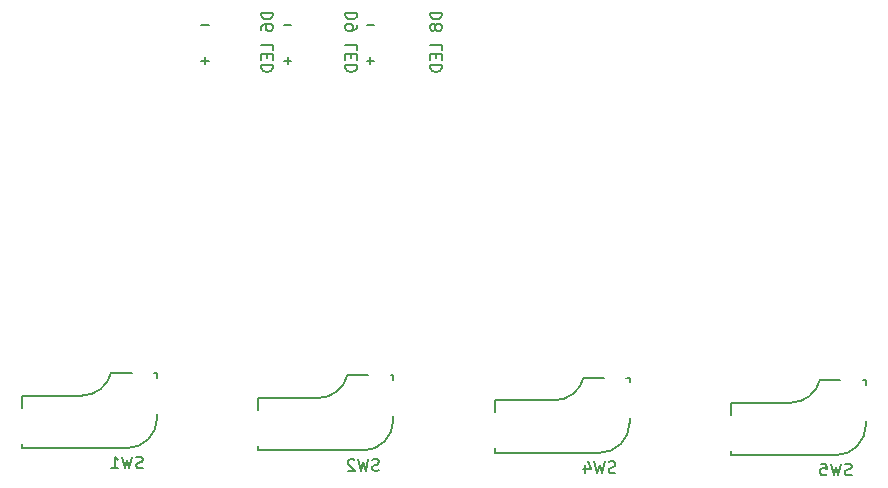
<source format=gbo>
%TF.GenerationSoftware,KiCad,Pcbnew,9.0.4-1.fc42app3*%
%TF.CreationDate,2025-10-17T06:38:32+02:00*%
%TF.ProjectId,ccc_macropad,6363635f-6d61-4637-926f-7061642e6b69,rev?*%
%TF.SameCoordinates,Original*%
%TF.FileFunction,Legend,Bot*%
%TF.FilePolarity,Positive*%
%FSLAX46Y46*%
G04 Gerber Fmt 4.6, Leading zero omitted, Abs format (unit mm)*
G04 Created by KiCad (PCBNEW 9.0.4-1.fc42app3) date 2025-10-17 06:38:32*
%MOMM*%
%LPD*%
G01*
G04 APERTURE LIST*
%ADD10C,0.152400*%
%ADD11C,0.150000*%
G04 APERTURE END LIST*
D10*
X144206213Y-40582965D02*
X143586937Y-40582965D01*
X144206213Y-43582965D02*
X143586937Y-43582965D01*
X143896575Y-43892603D02*
X143896575Y-43273327D01*
X130206213Y-43582965D02*
X129586937Y-43582965D01*
X129896575Y-43892603D02*
X129896575Y-43273327D01*
X130206213Y-40582965D02*
X129586937Y-40582965D01*
X137206213Y-40582965D02*
X136586937Y-40582965D01*
X137206213Y-43582965D02*
X136586937Y-43582965D01*
X136896575Y-43892603D02*
X136896575Y-43273327D01*
D11*
X149954819Y-39523809D02*
X148954819Y-39523809D01*
X148954819Y-39523809D02*
X148954819Y-39761904D01*
X148954819Y-39761904D02*
X149002438Y-39904761D01*
X149002438Y-39904761D02*
X149097676Y-39999999D01*
X149097676Y-39999999D02*
X149192914Y-40047618D01*
X149192914Y-40047618D02*
X149383390Y-40095237D01*
X149383390Y-40095237D02*
X149526247Y-40095237D01*
X149526247Y-40095237D02*
X149716723Y-40047618D01*
X149716723Y-40047618D02*
X149811961Y-39999999D01*
X149811961Y-39999999D02*
X149907200Y-39904761D01*
X149907200Y-39904761D02*
X149954819Y-39761904D01*
X149954819Y-39761904D02*
X149954819Y-39523809D01*
X149383390Y-40666666D02*
X149335771Y-40571428D01*
X149335771Y-40571428D02*
X149288152Y-40523809D01*
X149288152Y-40523809D02*
X149192914Y-40476190D01*
X149192914Y-40476190D02*
X149145295Y-40476190D01*
X149145295Y-40476190D02*
X149050057Y-40523809D01*
X149050057Y-40523809D02*
X149002438Y-40571428D01*
X149002438Y-40571428D02*
X148954819Y-40666666D01*
X148954819Y-40666666D02*
X148954819Y-40857142D01*
X148954819Y-40857142D02*
X149002438Y-40952380D01*
X149002438Y-40952380D02*
X149050057Y-40999999D01*
X149050057Y-40999999D02*
X149145295Y-41047618D01*
X149145295Y-41047618D02*
X149192914Y-41047618D01*
X149192914Y-41047618D02*
X149288152Y-40999999D01*
X149288152Y-40999999D02*
X149335771Y-40952380D01*
X149335771Y-40952380D02*
X149383390Y-40857142D01*
X149383390Y-40857142D02*
X149383390Y-40666666D01*
X149383390Y-40666666D02*
X149431009Y-40571428D01*
X149431009Y-40571428D02*
X149478628Y-40523809D01*
X149478628Y-40523809D02*
X149573866Y-40476190D01*
X149573866Y-40476190D02*
X149764342Y-40476190D01*
X149764342Y-40476190D02*
X149859580Y-40523809D01*
X149859580Y-40523809D02*
X149907200Y-40571428D01*
X149907200Y-40571428D02*
X149954819Y-40666666D01*
X149954819Y-40666666D02*
X149954819Y-40857142D01*
X149954819Y-40857142D02*
X149907200Y-40952380D01*
X149907200Y-40952380D02*
X149859580Y-40999999D01*
X149859580Y-40999999D02*
X149764342Y-41047618D01*
X149764342Y-41047618D02*
X149573866Y-41047618D01*
X149573866Y-41047618D02*
X149478628Y-40999999D01*
X149478628Y-40999999D02*
X149431009Y-40952380D01*
X149431009Y-40952380D02*
X149383390Y-40857142D01*
X149954819Y-42714285D02*
X149954819Y-42238095D01*
X149954819Y-42238095D02*
X148954819Y-42238095D01*
X149431009Y-43047619D02*
X149431009Y-43380952D01*
X149954819Y-43523809D02*
X149954819Y-43047619D01*
X149954819Y-43047619D02*
X148954819Y-43047619D01*
X148954819Y-43047619D02*
X148954819Y-43523809D01*
X149954819Y-43952381D02*
X148954819Y-43952381D01*
X148954819Y-43952381D02*
X148954819Y-44190476D01*
X148954819Y-44190476D02*
X149002438Y-44333333D01*
X149002438Y-44333333D02*
X149097676Y-44428571D01*
X149097676Y-44428571D02*
X149192914Y-44476190D01*
X149192914Y-44476190D02*
X149383390Y-44523809D01*
X149383390Y-44523809D02*
X149526247Y-44523809D01*
X149526247Y-44523809D02*
X149716723Y-44476190D01*
X149716723Y-44476190D02*
X149811961Y-44428571D01*
X149811961Y-44428571D02*
X149907200Y-44333333D01*
X149907200Y-44333333D02*
X149954819Y-44190476D01*
X149954819Y-44190476D02*
X149954819Y-43952381D01*
X124633332Y-78062200D02*
X124490475Y-78109819D01*
X124490475Y-78109819D02*
X124252380Y-78109819D01*
X124252380Y-78109819D02*
X124157142Y-78062200D01*
X124157142Y-78062200D02*
X124109523Y-78014580D01*
X124109523Y-78014580D02*
X124061904Y-77919342D01*
X124061904Y-77919342D02*
X124061904Y-77824104D01*
X124061904Y-77824104D02*
X124109523Y-77728866D01*
X124109523Y-77728866D02*
X124157142Y-77681247D01*
X124157142Y-77681247D02*
X124252380Y-77633628D01*
X124252380Y-77633628D02*
X124442856Y-77586009D01*
X124442856Y-77586009D02*
X124538094Y-77538390D01*
X124538094Y-77538390D02*
X124585713Y-77490771D01*
X124585713Y-77490771D02*
X124633332Y-77395533D01*
X124633332Y-77395533D02*
X124633332Y-77300295D01*
X124633332Y-77300295D02*
X124585713Y-77205057D01*
X124585713Y-77205057D02*
X124538094Y-77157438D01*
X124538094Y-77157438D02*
X124442856Y-77109819D01*
X124442856Y-77109819D02*
X124204761Y-77109819D01*
X124204761Y-77109819D02*
X124061904Y-77157438D01*
X123728570Y-77109819D02*
X123490475Y-78109819D01*
X123490475Y-78109819D02*
X123299999Y-77395533D01*
X123299999Y-77395533D02*
X123109523Y-78109819D01*
X123109523Y-78109819D02*
X122871428Y-77109819D01*
X121966666Y-78109819D02*
X122538094Y-78109819D01*
X122252380Y-78109819D02*
X122252380Y-77109819D01*
X122252380Y-77109819D02*
X122347618Y-77252676D01*
X122347618Y-77252676D02*
X122442856Y-77347914D01*
X122442856Y-77347914D02*
X122538094Y-77395533D01*
X184643332Y-78662200D02*
X184500475Y-78709819D01*
X184500475Y-78709819D02*
X184262380Y-78709819D01*
X184262380Y-78709819D02*
X184167142Y-78662200D01*
X184167142Y-78662200D02*
X184119523Y-78614580D01*
X184119523Y-78614580D02*
X184071904Y-78519342D01*
X184071904Y-78519342D02*
X184071904Y-78424104D01*
X184071904Y-78424104D02*
X184119523Y-78328866D01*
X184119523Y-78328866D02*
X184167142Y-78281247D01*
X184167142Y-78281247D02*
X184262380Y-78233628D01*
X184262380Y-78233628D02*
X184452856Y-78186009D01*
X184452856Y-78186009D02*
X184548094Y-78138390D01*
X184548094Y-78138390D02*
X184595713Y-78090771D01*
X184595713Y-78090771D02*
X184643332Y-77995533D01*
X184643332Y-77995533D02*
X184643332Y-77900295D01*
X184643332Y-77900295D02*
X184595713Y-77805057D01*
X184595713Y-77805057D02*
X184548094Y-77757438D01*
X184548094Y-77757438D02*
X184452856Y-77709819D01*
X184452856Y-77709819D02*
X184214761Y-77709819D01*
X184214761Y-77709819D02*
X184071904Y-77757438D01*
X183738570Y-77709819D02*
X183500475Y-78709819D01*
X183500475Y-78709819D02*
X183309999Y-77995533D01*
X183309999Y-77995533D02*
X183119523Y-78709819D01*
X183119523Y-78709819D02*
X182881428Y-77709819D01*
X182024285Y-77709819D02*
X182500475Y-77709819D01*
X182500475Y-77709819D02*
X182548094Y-78186009D01*
X182548094Y-78186009D02*
X182500475Y-78138390D01*
X182500475Y-78138390D02*
X182405237Y-78090771D01*
X182405237Y-78090771D02*
X182167142Y-78090771D01*
X182167142Y-78090771D02*
X182071904Y-78138390D01*
X182071904Y-78138390D02*
X182024285Y-78186009D01*
X182024285Y-78186009D02*
X181976666Y-78281247D01*
X181976666Y-78281247D02*
X181976666Y-78519342D01*
X181976666Y-78519342D02*
X182024285Y-78614580D01*
X182024285Y-78614580D02*
X182071904Y-78662200D01*
X182071904Y-78662200D02*
X182167142Y-78709819D01*
X182167142Y-78709819D02*
X182405237Y-78709819D01*
X182405237Y-78709819D02*
X182500475Y-78662200D01*
X182500475Y-78662200D02*
X182548094Y-78614580D01*
X164639999Y-78462200D02*
X164497142Y-78509819D01*
X164497142Y-78509819D02*
X164259047Y-78509819D01*
X164259047Y-78509819D02*
X164163809Y-78462200D01*
X164163809Y-78462200D02*
X164116190Y-78414580D01*
X164116190Y-78414580D02*
X164068571Y-78319342D01*
X164068571Y-78319342D02*
X164068571Y-78224104D01*
X164068571Y-78224104D02*
X164116190Y-78128866D01*
X164116190Y-78128866D02*
X164163809Y-78081247D01*
X164163809Y-78081247D02*
X164259047Y-78033628D01*
X164259047Y-78033628D02*
X164449523Y-77986009D01*
X164449523Y-77986009D02*
X164544761Y-77938390D01*
X164544761Y-77938390D02*
X164592380Y-77890771D01*
X164592380Y-77890771D02*
X164639999Y-77795533D01*
X164639999Y-77795533D02*
X164639999Y-77700295D01*
X164639999Y-77700295D02*
X164592380Y-77605057D01*
X164592380Y-77605057D02*
X164544761Y-77557438D01*
X164544761Y-77557438D02*
X164449523Y-77509819D01*
X164449523Y-77509819D02*
X164211428Y-77509819D01*
X164211428Y-77509819D02*
X164068571Y-77557438D01*
X163735237Y-77509819D02*
X163497142Y-78509819D01*
X163497142Y-78509819D02*
X163306666Y-77795533D01*
X163306666Y-77795533D02*
X163116190Y-78509819D01*
X163116190Y-78509819D02*
X162878095Y-77509819D01*
X162068571Y-77843152D02*
X162068571Y-78509819D01*
X162306666Y-77462200D02*
X162544761Y-78176485D01*
X162544761Y-78176485D02*
X161925714Y-78176485D01*
X142779819Y-39523809D02*
X141779819Y-39523809D01*
X141779819Y-39523809D02*
X141779819Y-39761904D01*
X141779819Y-39761904D02*
X141827438Y-39904761D01*
X141827438Y-39904761D02*
X141922676Y-39999999D01*
X141922676Y-39999999D02*
X142017914Y-40047618D01*
X142017914Y-40047618D02*
X142208390Y-40095237D01*
X142208390Y-40095237D02*
X142351247Y-40095237D01*
X142351247Y-40095237D02*
X142541723Y-40047618D01*
X142541723Y-40047618D02*
X142636961Y-39999999D01*
X142636961Y-39999999D02*
X142732200Y-39904761D01*
X142732200Y-39904761D02*
X142779819Y-39761904D01*
X142779819Y-39761904D02*
X142779819Y-39523809D01*
X142779819Y-40571428D02*
X142779819Y-40761904D01*
X142779819Y-40761904D02*
X142732200Y-40857142D01*
X142732200Y-40857142D02*
X142684580Y-40904761D01*
X142684580Y-40904761D02*
X142541723Y-40999999D01*
X142541723Y-40999999D02*
X142351247Y-41047618D01*
X142351247Y-41047618D02*
X141970295Y-41047618D01*
X141970295Y-41047618D02*
X141875057Y-40999999D01*
X141875057Y-40999999D02*
X141827438Y-40952380D01*
X141827438Y-40952380D02*
X141779819Y-40857142D01*
X141779819Y-40857142D02*
X141779819Y-40666666D01*
X141779819Y-40666666D02*
X141827438Y-40571428D01*
X141827438Y-40571428D02*
X141875057Y-40523809D01*
X141875057Y-40523809D02*
X141970295Y-40476190D01*
X141970295Y-40476190D02*
X142208390Y-40476190D01*
X142208390Y-40476190D02*
X142303628Y-40523809D01*
X142303628Y-40523809D02*
X142351247Y-40571428D01*
X142351247Y-40571428D02*
X142398866Y-40666666D01*
X142398866Y-40666666D02*
X142398866Y-40857142D01*
X142398866Y-40857142D02*
X142351247Y-40952380D01*
X142351247Y-40952380D02*
X142303628Y-40999999D01*
X142303628Y-40999999D02*
X142208390Y-41047618D01*
X142779819Y-42714285D02*
X142779819Y-42238095D01*
X142779819Y-42238095D02*
X141779819Y-42238095D01*
X142256009Y-43047619D02*
X142256009Y-43380952D01*
X142779819Y-43523809D02*
X142779819Y-43047619D01*
X142779819Y-43047619D02*
X141779819Y-43047619D01*
X141779819Y-43047619D02*
X141779819Y-43523809D01*
X142779819Y-43952381D02*
X141779819Y-43952381D01*
X141779819Y-43952381D02*
X141779819Y-44190476D01*
X141779819Y-44190476D02*
X141827438Y-44333333D01*
X141827438Y-44333333D02*
X141922676Y-44428571D01*
X141922676Y-44428571D02*
X142017914Y-44476190D01*
X142017914Y-44476190D02*
X142208390Y-44523809D01*
X142208390Y-44523809D02*
X142351247Y-44523809D01*
X142351247Y-44523809D02*
X142541723Y-44476190D01*
X142541723Y-44476190D02*
X142636961Y-44428571D01*
X142636961Y-44428571D02*
X142732200Y-44333333D01*
X142732200Y-44333333D02*
X142779819Y-44190476D01*
X142779819Y-44190476D02*
X142779819Y-43952381D01*
X135644819Y-39523809D02*
X134644819Y-39523809D01*
X134644819Y-39523809D02*
X134644819Y-39761904D01*
X134644819Y-39761904D02*
X134692438Y-39904761D01*
X134692438Y-39904761D02*
X134787676Y-39999999D01*
X134787676Y-39999999D02*
X134882914Y-40047618D01*
X134882914Y-40047618D02*
X135073390Y-40095237D01*
X135073390Y-40095237D02*
X135216247Y-40095237D01*
X135216247Y-40095237D02*
X135406723Y-40047618D01*
X135406723Y-40047618D02*
X135501961Y-39999999D01*
X135501961Y-39999999D02*
X135597200Y-39904761D01*
X135597200Y-39904761D02*
X135644819Y-39761904D01*
X135644819Y-39761904D02*
X135644819Y-39523809D01*
X134644819Y-40952380D02*
X134644819Y-40761904D01*
X134644819Y-40761904D02*
X134692438Y-40666666D01*
X134692438Y-40666666D02*
X134740057Y-40619047D01*
X134740057Y-40619047D02*
X134882914Y-40523809D01*
X134882914Y-40523809D02*
X135073390Y-40476190D01*
X135073390Y-40476190D02*
X135454342Y-40476190D01*
X135454342Y-40476190D02*
X135549580Y-40523809D01*
X135549580Y-40523809D02*
X135597200Y-40571428D01*
X135597200Y-40571428D02*
X135644819Y-40666666D01*
X135644819Y-40666666D02*
X135644819Y-40857142D01*
X135644819Y-40857142D02*
X135597200Y-40952380D01*
X135597200Y-40952380D02*
X135549580Y-40999999D01*
X135549580Y-40999999D02*
X135454342Y-41047618D01*
X135454342Y-41047618D02*
X135216247Y-41047618D01*
X135216247Y-41047618D02*
X135121009Y-40999999D01*
X135121009Y-40999999D02*
X135073390Y-40952380D01*
X135073390Y-40952380D02*
X135025771Y-40857142D01*
X135025771Y-40857142D02*
X135025771Y-40666666D01*
X135025771Y-40666666D02*
X135073390Y-40571428D01*
X135073390Y-40571428D02*
X135121009Y-40523809D01*
X135121009Y-40523809D02*
X135216247Y-40476190D01*
X135644819Y-42714285D02*
X135644819Y-42238095D01*
X135644819Y-42238095D02*
X134644819Y-42238095D01*
X135121009Y-43047619D02*
X135121009Y-43380952D01*
X135644819Y-43523809D02*
X135644819Y-43047619D01*
X135644819Y-43047619D02*
X134644819Y-43047619D01*
X134644819Y-43047619D02*
X134644819Y-43523809D01*
X135644819Y-43952381D02*
X134644819Y-43952381D01*
X134644819Y-43952381D02*
X134644819Y-44190476D01*
X134644819Y-44190476D02*
X134692438Y-44333333D01*
X134692438Y-44333333D02*
X134787676Y-44428571D01*
X134787676Y-44428571D02*
X134882914Y-44476190D01*
X134882914Y-44476190D02*
X135073390Y-44523809D01*
X135073390Y-44523809D02*
X135216247Y-44523809D01*
X135216247Y-44523809D02*
X135406723Y-44476190D01*
X135406723Y-44476190D02*
X135501961Y-44428571D01*
X135501961Y-44428571D02*
X135597200Y-44333333D01*
X135597200Y-44333333D02*
X135644819Y-44190476D01*
X135644819Y-44190476D02*
X135644819Y-43952381D01*
X144636665Y-78262200D02*
X144493808Y-78309819D01*
X144493808Y-78309819D02*
X144255713Y-78309819D01*
X144255713Y-78309819D02*
X144160475Y-78262200D01*
X144160475Y-78262200D02*
X144112856Y-78214580D01*
X144112856Y-78214580D02*
X144065237Y-78119342D01*
X144065237Y-78119342D02*
X144065237Y-78024104D01*
X144065237Y-78024104D02*
X144112856Y-77928866D01*
X144112856Y-77928866D02*
X144160475Y-77881247D01*
X144160475Y-77881247D02*
X144255713Y-77833628D01*
X144255713Y-77833628D02*
X144446189Y-77786009D01*
X144446189Y-77786009D02*
X144541427Y-77738390D01*
X144541427Y-77738390D02*
X144589046Y-77690771D01*
X144589046Y-77690771D02*
X144636665Y-77595533D01*
X144636665Y-77595533D02*
X144636665Y-77500295D01*
X144636665Y-77500295D02*
X144589046Y-77405057D01*
X144589046Y-77405057D02*
X144541427Y-77357438D01*
X144541427Y-77357438D02*
X144446189Y-77309819D01*
X144446189Y-77309819D02*
X144208094Y-77309819D01*
X144208094Y-77309819D02*
X144065237Y-77357438D01*
X143731903Y-77309819D02*
X143493808Y-78309819D01*
X143493808Y-78309819D02*
X143303332Y-77595533D01*
X143303332Y-77595533D02*
X143112856Y-78309819D01*
X143112856Y-78309819D02*
X142874761Y-77309819D01*
X142541427Y-77405057D02*
X142493808Y-77357438D01*
X142493808Y-77357438D02*
X142398570Y-77309819D01*
X142398570Y-77309819D02*
X142160475Y-77309819D01*
X142160475Y-77309819D02*
X142065237Y-77357438D01*
X142065237Y-77357438D02*
X142017618Y-77405057D01*
X142017618Y-77405057D02*
X141969999Y-77500295D01*
X141969999Y-77500295D02*
X141969999Y-77595533D01*
X141969999Y-77595533D02*
X142017618Y-77738390D01*
X142017618Y-77738390D02*
X142589046Y-78309819D01*
X142589046Y-78309819D02*
X141969999Y-78309819D01*
%TO.C,SW1*%
X114410000Y-76385000D02*
X123300000Y-76385000D01*
X114410000Y-76004000D02*
X114410000Y-76385000D01*
X114410000Y-71940000D02*
X114410000Y-72956000D01*
X119490000Y-71940000D02*
X114410000Y-71940000D01*
X123681000Y-70035000D02*
X122030000Y-70035000D01*
X125840000Y-70035000D02*
X125459000Y-70035000D01*
X125840000Y-70416000D02*
X125840000Y-70035000D01*
X125840000Y-73845000D02*
X125840000Y-73464000D01*
X121954162Y-70016040D02*
G75*
G02*
X119490000Y-71940000I-2464162J616040D01*
G01*
X125840000Y-73845000D02*
G75*
G02*
X123300000Y-76385000I-2540000J0D01*
G01*
%TO.C,SW5*%
X174420000Y-76985000D02*
X183310000Y-76985000D01*
X174420000Y-76604000D02*
X174420000Y-76985000D01*
X174420000Y-72540000D02*
X174420000Y-73556000D01*
X179500000Y-72540000D02*
X174420000Y-72540000D01*
X183691000Y-70635000D02*
X182040000Y-70635000D01*
X185850000Y-70635000D02*
X185469000Y-70635000D01*
X185850000Y-71016000D02*
X185850000Y-70635000D01*
X185850000Y-74445000D02*
X185850000Y-74064000D01*
X181964162Y-70616040D02*
G75*
G02*
X179500000Y-72540000I-2464162J616040D01*
G01*
X185850000Y-74445000D02*
G75*
G02*
X183310000Y-76985000I-2540000J0D01*
G01*
%TO.C,SW4*%
X154416667Y-76785000D02*
X163306667Y-76785000D01*
X154416667Y-76404000D02*
X154416667Y-76785000D01*
X154416667Y-72340000D02*
X154416667Y-73356000D01*
X159496667Y-72340000D02*
X154416667Y-72340000D01*
X163687667Y-70435000D02*
X162036667Y-70435000D01*
X165846667Y-70435000D02*
X165465667Y-70435000D01*
X165846667Y-70816000D02*
X165846667Y-70435000D01*
X165846667Y-74245000D02*
X165846667Y-73864000D01*
X161960829Y-70416040D02*
G75*
G02*
X159496667Y-72340000I-2464162J616040D01*
G01*
X165846667Y-74245000D02*
G75*
G02*
X163306667Y-76785000I-2540000J0D01*
G01*
%TO.C,SW2*%
X134413333Y-76585000D02*
X143303333Y-76585000D01*
X134413333Y-76204000D02*
X134413333Y-76585000D01*
X134413333Y-72140000D02*
X134413333Y-73156000D01*
X139493333Y-72140000D02*
X134413333Y-72140000D01*
X143684333Y-70235000D02*
X142033333Y-70235000D01*
X145843333Y-70235000D02*
X145462333Y-70235000D01*
X145843333Y-70616000D02*
X145843333Y-70235000D01*
X145843333Y-74045000D02*
X145843333Y-73664000D01*
X141957495Y-70216040D02*
G75*
G02*
X139493333Y-72140000I-2464162J616040D01*
G01*
X145843333Y-74045000D02*
G75*
G02*
X143303333Y-76585000I-2540000J0D01*
G01*
%TD*%
%LPC*%
G36*
X177310168Y-73621445D02*
G01*
X177534025Y-73694181D01*
X177743748Y-73801040D01*
X177934172Y-73939391D01*
X178100609Y-74105828D01*
X178238960Y-74296252D01*
X178345819Y-74505975D01*
X178418555Y-74729832D01*
X178455376Y-74962311D01*
X178455376Y-75197689D01*
X178418555Y-75430168D01*
X178345819Y-75654025D01*
X178238960Y-75863748D01*
X178100609Y-76054172D01*
X177934172Y-76220609D01*
X177743748Y-76358960D01*
X177534025Y-76465819D01*
X177310168Y-76538555D01*
X177077689Y-76575376D01*
X176842311Y-76575376D01*
X176609832Y-76538555D01*
X176385975Y-76465819D01*
X176176252Y-76358960D01*
X175985828Y-76220609D01*
X175819391Y-76054172D01*
X175681040Y-75863748D01*
X175574181Y-75654025D01*
X175501445Y-75430168D01*
X175464624Y-75197689D01*
X175464624Y-74962311D01*
X175501445Y-74729832D01*
X175574181Y-74505975D01*
X175681040Y-74296252D01*
X175819391Y-74105828D01*
X175985828Y-73939391D01*
X176176252Y-73801040D01*
X176385975Y-73694181D01*
X176609832Y-73621445D01*
X176842311Y-73584624D01*
X177077689Y-73584624D01*
X177310168Y-73621445D01*
G37*
G36*
X157306835Y-73421445D02*
G01*
X157530692Y-73494181D01*
X157740415Y-73601040D01*
X157930839Y-73739391D01*
X158097276Y-73905828D01*
X158235627Y-74096252D01*
X158342486Y-74305975D01*
X158415222Y-74529832D01*
X158452043Y-74762311D01*
X158452043Y-74997689D01*
X158415222Y-75230168D01*
X158342486Y-75454025D01*
X158235627Y-75663748D01*
X158097276Y-75854172D01*
X157930839Y-76020609D01*
X157740415Y-76158960D01*
X157530692Y-76265819D01*
X157306835Y-76338555D01*
X157074356Y-76375376D01*
X156838978Y-76375376D01*
X156606499Y-76338555D01*
X156382642Y-76265819D01*
X156172919Y-76158960D01*
X155982495Y-76020609D01*
X155816058Y-75854172D01*
X155677707Y-75663748D01*
X155570848Y-75454025D01*
X155498112Y-75230168D01*
X155461291Y-74997689D01*
X155461291Y-74762311D01*
X155498112Y-74529832D01*
X155570848Y-74305975D01*
X155677707Y-74096252D01*
X155816058Y-73905828D01*
X155982495Y-73739391D01*
X156172919Y-73601040D01*
X156382642Y-73494181D01*
X156606499Y-73421445D01*
X156838978Y-73384624D01*
X157074356Y-73384624D01*
X157306835Y-73421445D01*
G37*
G36*
X174485000Y-76330000D02*
G01*
X171935000Y-76330000D01*
X171935000Y-73830000D01*
X174485000Y-73830000D01*
X174485000Y-76330000D01*
G37*
G36*
X137303501Y-73221445D02*
G01*
X137527358Y-73294181D01*
X137737081Y-73401040D01*
X137927505Y-73539391D01*
X138093942Y-73705828D01*
X138232293Y-73896252D01*
X138339152Y-74105975D01*
X138411888Y-74329832D01*
X138448709Y-74562311D01*
X138448709Y-74797689D01*
X138411888Y-75030168D01*
X138339152Y-75254025D01*
X138232293Y-75463748D01*
X138093942Y-75654172D01*
X137927505Y-75820609D01*
X137737081Y-75958960D01*
X137527358Y-76065819D01*
X137303501Y-76138555D01*
X137071022Y-76175376D01*
X136835644Y-76175376D01*
X136603165Y-76138555D01*
X136379308Y-76065819D01*
X136169585Y-75958960D01*
X135979161Y-75820609D01*
X135812724Y-75654172D01*
X135674373Y-75463748D01*
X135567514Y-75254025D01*
X135494778Y-75030168D01*
X135457957Y-74797689D01*
X135457957Y-74562311D01*
X135494778Y-74329832D01*
X135567514Y-74105975D01*
X135674373Y-73896252D01*
X135812724Y-73705828D01*
X135979161Y-73539391D01*
X136169585Y-73401040D01*
X136379308Y-73294181D01*
X136603165Y-73221445D01*
X136835644Y-73184624D01*
X137071022Y-73184624D01*
X137303501Y-73221445D01*
G37*
G36*
X154481667Y-76130000D02*
G01*
X151931667Y-76130000D01*
X151931667Y-73630000D01*
X154481667Y-73630000D01*
X154481667Y-76130000D01*
G37*
G36*
X117300168Y-73021445D02*
G01*
X117524025Y-73094181D01*
X117733748Y-73201040D01*
X117924172Y-73339391D01*
X118090609Y-73505828D01*
X118228960Y-73696252D01*
X118335819Y-73905975D01*
X118408555Y-74129832D01*
X118445376Y-74362311D01*
X118445376Y-74597689D01*
X118408555Y-74830168D01*
X118335819Y-75054025D01*
X118228960Y-75263748D01*
X118090609Y-75454172D01*
X117924172Y-75620609D01*
X117733748Y-75758960D01*
X117524025Y-75865819D01*
X117300168Y-75938555D01*
X117067689Y-75975376D01*
X116832311Y-75975376D01*
X116599832Y-75938555D01*
X116375975Y-75865819D01*
X116166252Y-75758960D01*
X115975828Y-75620609D01*
X115809391Y-75454172D01*
X115671040Y-75263748D01*
X115564181Y-75054025D01*
X115491445Y-74830168D01*
X115454624Y-74597689D01*
X115454624Y-74362311D01*
X115491445Y-74129832D01*
X115564181Y-73905975D01*
X115671040Y-73696252D01*
X115809391Y-73505828D01*
X115975828Y-73339391D01*
X116166252Y-73201040D01*
X116375975Y-73094181D01*
X116599832Y-73021445D01*
X116832311Y-72984624D01*
X117067689Y-72984624D01*
X117300168Y-73021445D01*
G37*
G36*
X134478333Y-75930000D02*
G01*
X131928333Y-75930000D01*
X131928333Y-73430000D01*
X134478333Y-73430000D01*
X134478333Y-75930000D01*
G37*
G36*
X114475000Y-75730000D02*
G01*
X111925000Y-75730000D01*
X111925000Y-73230000D01*
X114475000Y-73230000D01*
X114475000Y-75730000D01*
G37*
G36*
X183660168Y-71081445D02*
G01*
X183884025Y-71154181D01*
X184093748Y-71261040D01*
X184284172Y-71399391D01*
X184450609Y-71565828D01*
X184588960Y-71756252D01*
X184695819Y-71965975D01*
X184768555Y-72189832D01*
X184805376Y-72422311D01*
X184805376Y-72657689D01*
X184768555Y-72890168D01*
X184695819Y-73114025D01*
X184588960Y-73323748D01*
X184450609Y-73514172D01*
X184284172Y-73680609D01*
X184093748Y-73818960D01*
X183884025Y-73925819D01*
X183660168Y-73998555D01*
X183427689Y-74035376D01*
X183192311Y-74035376D01*
X182959832Y-73998555D01*
X182735975Y-73925819D01*
X182526252Y-73818960D01*
X182335828Y-73680609D01*
X182169391Y-73514172D01*
X182031040Y-73323748D01*
X181924181Y-73114025D01*
X181851445Y-72890168D01*
X181814624Y-72657689D01*
X181814624Y-72422311D01*
X181851445Y-72189832D01*
X181924181Y-71965975D01*
X182031040Y-71756252D01*
X182169391Y-71565828D01*
X182335828Y-71399391D01*
X182526252Y-71261040D01*
X182735975Y-71154181D01*
X182959832Y-71081445D01*
X183192311Y-71044624D01*
X183427689Y-71044624D01*
X183660168Y-71081445D01*
G37*
G36*
X163656835Y-70881445D02*
G01*
X163880692Y-70954181D01*
X164090415Y-71061040D01*
X164280839Y-71199391D01*
X164447276Y-71365828D01*
X164585627Y-71556252D01*
X164692486Y-71765975D01*
X164765222Y-71989832D01*
X164802043Y-72222311D01*
X164802043Y-72457689D01*
X164765222Y-72690168D01*
X164692486Y-72914025D01*
X164585627Y-73123748D01*
X164447276Y-73314172D01*
X164280839Y-73480609D01*
X164090415Y-73618960D01*
X163880692Y-73725819D01*
X163656835Y-73798555D01*
X163424356Y-73835376D01*
X163188978Y-73835376D01*
X162956499Y-73798555D01*
X162732642Y-73725819D01*
X162522919Y-73618960D01*
X162332495Y-73480609D01*
X162166058Y-73314172D01*
X162027707Y-73123748D01*
X161920848Y-72914025D01*
X161848112Y-72690168D01*
X161811291Y-72457689D01*
X161811291Y-72222311D01*
X161848112Y-71989832D01*
X161920848Y-71765975D01*
X162027707Y-71556252D01*
X162166058Y-71365828D01*
X162332495Y-71199391D01*
X162522919Y-71061040D01*
X162732642Y-70954181D01*
X162956499Y-70881445D01*
X163188978Y-70844624D01*
X163424356Y-70844624D01*
X163656835Y-70881445D01*
G37*
G36*
X188335000Y-73790000D02*
G01*
X185785000Y-73790000D01*
X185785000Y-71290000D01*
X188335000Y-71290000D01*
X188335000Y-73790000D01*
G37*
G36*
X143653501Y-70681445D02*
G01*
X143877358Y-70754181D01*
X144087081Y-70861040D01*
X144277505Y-70999391D01*
X144443942Y-71165828D01*
X144582293Y-71356252D01*
X144689152Y-71565975D01*
X144761888Y-71789832D01*
X144798709Y-72022311D01*
X144798709Y-72257689D01*
X144761888Y-72490168D01*
X144689152Y-72714025D01*
X144582293Y-72923748D01*
X144443942Y-73114172D01*
X144277505Y-73280609D01*
X144087081Y-73418960D01*
X143877358Y-73525819D01*
X143653501Y-73598555D01*
X143421022Y-73635376D01*
X143185644Y-73635376D01*
X142953165Y-73598555D01*
X142729308Y-73525819D01*
X142519585Y-73418960D01*
X142329161Y-73280609D01*
X142162724Y-73114172D01*
X142024373Y-72923748D01*
X141917514Y-72714025D01*
X141844778Y-72490168D01*
X141807957Y-72257689D01*
X141807957Y-72022311D01*
X141844778Y-71789832D01*
X141917514Y-71565975D01*
X142024373Y-71356252D01*
X142162724Y-71165828D01*
X142329161Y-70999391D01*
X142519585Y-70861040D01*
X142729308Y-70754181D01*
X142953165Y-70681445D01*
X143185644Y-70644624D01*
X143421022Y-70644624D01*
X143653501Y-70681445D01*
G37*
G36*
X168331667Y-73590000D02*
G01*
X165781667Y-73590000D01*
X165781667Y-71090000D01*
X168331667Y-71090000D01*
X168331667Y-73590000D01*
G37*
G36*
X123650168Y-70481445D02*
G01*
X123874025Y-70554181D01*
X124083748Y-70661040D01*
X124274172Y-70799391D01*
X124440609Y-70965828D01*
X124578960Y-71156252D01*
X124685819Y-71365975D01*
X124758555Y-71589832D01*
X124795376Y-71822311D01*
X124795376Y-72057689D01*
X124758555Y-72290168D01*
X124685819Y-72514025D01*
X124578960Y-72723748D01*
X124440609Y-72914172D01*
X124274172Y-73080609D01*
X124083748Y-73218960D01*
X123874025Y-73325819D01*
X123650168Y-73398555D01*
X123417689Y-73435376D01*
X123182311Y-73435376D01*
X122949832Y-73398555D01*
X122725975Y-73325819D01*
X122516252Y-73218960D01*
X122325828Y-73080609D01*
X122159391Y-72914172D01*
X122021040Y-72723748D01*
X121914181Y-72514025D01*
X121841445Y-72290168D01*
X121804624Y-72057689D01*
X121804624Y-71822311D01*
X121841445Y-71589832D01*
X121914181Y-71365975D01*
X122021040Y-71156252D01*
X122159391Y-70965828D01*
X122325828Y-70799391D01*
X122516252Y-70661040D01*
X122725975Y-70554181D01*
X122949832Y-70481445D01*
X123182311Y-70444624D01*
X123417689Y-70444624D01*
X123650168Y-70481445D01*
G37*
G36*
X148328333Y-73390000D02*
G01*
X145778333Y-73390000D01*
X145778333Y-70890000D01*
X148328333Y-70890000D01*
X148328333Y-73390000D01*
G37*
G36*
X128325000Y-73190000D02*
G01*
X125775000Y-73190000D01*
X125775000Y-70690000D01*
X128325000Y-70690000D01*
X128325000Y-73190000D01*
G37*
G36*
X179888991Y-68044412D02*
G01*
X180140918Y-68111916D01*
X180381879Y-68211725D01*
X180607751Y-68342133D01*
X180814670Y-68500907D01*
X180999093Y-68685330D01*
X181157867Y-68892249D01*
X181288275Y-69118121D01*
X181388084Y-69359082D01*
X181455588Y-69611009D01*
X181489631Y-69869593D01*
X181489631Y-70130407D01*
X181455588Y-70388991D01*
X181388084Y-70640918D01*
X181288275Y-70881879D01*
X181157867Y-71107751D01*
X180999093Y-71314670D01*
X180814670Y-71499093D01*
X180607751Y-71657867D01*
X180381879Y-71788275D01*
X180140918Y-71888084D01*
X179888991Y-71955588D01*
X179630407Y-71989631D01*
X179369593Y-71989631D01*
X179111009Y-71955588D01*
X178859082Y-71888084D01*
X178618121Y-71788275D01*
X178392249Y-71657867D01*
X178185330Y-71499093D01*
X178000907Y-71314670D01*
X177842133Y-71107751D01*
X177711725Y-70881879D01*
X177611916Y-70640918D01*
X177544412Y-70388991D01*
X177510369Y-70130407D01*
X177510369Y-69869593D01*
X177544412Y-69611009D01*
X177611916Y-69359082D01*
X177711725Y-69118121D01*
X177842133Y-68892249D01*
X178000907Y-68685330D01*
X178185330Y-68500907D01*
X178392249Y-68342133D01*
X178618121Y-68211725D01*
X178859082Y-68111916D01*
X179111009Y-68044412D01*
X179369593Y-68010369D01*
X179630407Y-68010369D01*
X179888991Y-68044412D01*
G37*
G36*
X159885658Y-67844412D02*
G01*
X160137585Y-67911916D01*
X160378546Y-68011725D01*
X160604418Y-68142133D01*
X160811337Y-68300907D01*
X160995760Y-68485330D01*
X161154534Y-68692249D01*
X161284942Y-68918121D01*
X161384751Y-69159082D01*
X161452255Y-69411009D01*
X161486298Y-69669593D01*
X161486298Y-69930407D01*
X161452255Y-70188991D01*
X161384751Y-70440918D01*
X161284942Y-70681879D01*
X161154534Y-70907751D01*
X160995760Y-71114670D01*
X160811337Y-71299093D01*
X160604418Y-71457867D01*
X160378546Y-71588275D01*
X160137585Y-71688084D01*
X159885658Y-71755588D01*
X159627074Y-71789631D01*
X159366260Y-71789631D01*
X159107676Y-71755588D01*
X158855749Y-71688084D01*
X158614788Y-71588275D01*
X158388916Y-71457867D01*
X158181997Y-71299093D01*
X157997574Y-71114670D01*
X157838800Y-70907751D01*
X157708392Y-70681879D01*
X157608583Y-70440918D01*
X157541079Y-70188991D01*
X157507036Y-69930407D01*
X157507036Y-69669593D01*
X157541079Y-69411009D01*
X157608583Y-69159082D01*
X157708392Y-68918121D01*
X157838800Y-68692249D01*
X157997574Y-68485330D01*
X158181997Y-68300907D01*
X158388916Y-68142133D01*
X158614788Y-68011725D01*
X158855749Y-67911916D01*
X159107676Y-67844412D01*
X159366260Y-67810369D01*
X159627074Y-67810369D01*
X159885658Y-67844412D01*
G37*
G36*
X139882324Y-67644412D02*
G01*
X140134251Y-67711916D01*
X140375212Y-67811725D01*
X140601084Y-67942133D01*
X140808003Y-68100907D01*
X140992426Y-68285330D01*
X141151200Y-68492249D01*
X141281608Y-68718121D01*
X141381417Y-68959082D01*
X141448921Y-69211009D01*
X141482964Y-69469593D01*
X141482964Y-69730407D01*
X141448921Y-69988991D01*
X141381417Y-70240918D01*
X141281608Y-70481879D01*
X141151200Y-70707751D01*
X140992426Y-70914670D01*
X140808003Y-71099093D01*
X140601084Y-71257867D01*
X140375212Y-71388275D01*
X140134251Y-71488084D01*
X139882324Y-71555588D01*
X139623740Y-71589631D01*
X139362926Y-71589631D01*
X139104342Y-71555588D01*
X138852415Y-71488084D01*
X138611454Y-71388275D01*
X138385582Y-71257867D01*
X138178663Y-71099093D01*
X137994240Y-70914670D01*
X137835466Y-70707751D01*
X137705058Y-70481879D01*
X137605249Y-70240918D01*
X137537745Y-69988991D01*
X137503702Y-69730407D01*
X137503702Y-69469593D01*
X137537745Y-69211009D01*
X137605249Y-68959082D01*
X137705058Y-68718121D01*
X137835466Y-68492249D01*
X137994240Y-68285330D01*
X138178663Y-68100907D01*
X138385582Y-67942133D01*
X138611454Y-67811725D01*
X138852415Y-67711916D01*
X139104342Y-67644412D01*
X139362926Y-67610369D01*
X139623740Y-67610369D01*
X139882324Y-67644412D01*
G37*
G36*
X119878991Y-67444412D02*
G01*
X120130918Y-67511916D01*
X120371879Y-67611725D01*
X120597751Y-67742133D01*
X120804670Y-67900907D01*
X120989093Y-68085330D01*
X121147867Y-68292249D01*
X121278275Y-68518121D01*
X121378084Y-68759082D01*
X121445588Y-69011009D01*
X121479631Y-69269593D01*
X121479631Y-69530407D01*
X121445588Y-69788991D01*
X121378084Y-70040918D01*
X121278275Y-70281879D01*
X121147867Y-70507751D01*
X120989093Y-70714670D01*
X120804670Y-70899093D01*
X120597751Y-71057867D01*
X120371879Y-71188275D01*
X120130918Y-71288084D01*
X119878991Y-71355588D01*
X119620407Y-71389631D01*
X119359593Y-71389631D01*
X119101009Y-71355588D01*
X118849082Y-71288084D01*
X118608121Y-71188275D01*
X118382249Y-71057867D01*
X118175330Y-70899093D01*
X117990907Y-70714670D01*
X117832133Y-70507751D01*
X117701725Y-70281879D01*
X117601916Y-70040918D01*
X117534412Y-69788991D01*
X117500369Y-69530407D01*
X117500369Y-69269593D01*
X117534412Y-69011009D01*
X117601916Y-68759082D01*
X117701725Y-68518121D01*
X117832133Y-68292249D01*
X117990907Y-68085330D01*
X118175330Y-67900907D01*
X118382249Y-67742133D01*
X118608121Y-67611725D01*
X118849082Y-67511916D01*
X119101009Y-67444412D01*
X119359593Y-67410369D01*
X119620407Y-67410369D01*
X119878991Y-67444412D01*
G37*
G36*
X174511603Y-69153197D02*
G01*
X174675203Y-69185739D01*
X174829311Y-69249573D01*
X174968005Y-69342245D01*
X175085955Y-69460195D01*
X175178627Y-69598889D01*
X175242461Y-69752997D01*
X175275003Y-69916597D01*
X175275003Y-70083403D01*
X175242461Y-70247003D01*
X175178627Y-70401111D01*
X175085955Y-70539805D01*
X174968005Y-70657755D01*
X174829311Y-70750427D01*
X174675203Y-70814261D01*
X174511603Y-70846803D01*
X174428200Y-70850900D01*
X174426722Y-70850900D01*
X173981478Y-70850900D01*
X173980000Y-70850900D01*
X173896597Y-70846803D01*
X173732997Y-70814261D01*
X173578889Y-70750427D01*
X173440195Y-70657755D01*
X173322245Y-70539805D01*
X173229573Y-70401111D01*
X173165739Y-70247003D01*
X173133197Y-70083403D01*
X173133197Y-69916597D01*
X173165739Y-69752997D01*
X173229573Y-69598889D01*
X173322245Y-69460195D01*
X173440195Y-69342245D01*
X173578889Y-69249573D01*
X173732997Y-69185739D01*
X173896597Y-69153197D01*
X173980000Y-69149100D01*
X174428200Y-69149100D01*
X174511603Y-69153197D01*
G37*
G36*
X185090703Y-69153197D02*
G01*
X185254303Y-69185739D01*
X185408411Y-69249573D01*
X185547105Y-69342245D01*
X185665055Y-69460195D01*
X185757727Y-69598889D01*
X185821561Y-69752997D01*
X185854103Y-69916597D01*
X185854103Y-70083403D01*
X185821561Y-70247003D01*
X185757727Y-70401111D01*
X185665055Y-70539805D01*
X185547105Y-70657755D01*
X185408411Y-70750427D01*
X185254303Y-70814261D01*
X185090703Y-70846803D01*
X185007300Y-70850900D01*
X185005822Y-70850900D01*
X184560578Y-70850900D01*
X184559100Y-70850900D01*
X184475697Y-70846803D01*
X184312097Y-70814261D01*
X184157989Y-70750427D01*
X184019295Y-70657755D01*
X183901345Y-70539805D01*
X183808673Y-70401111D01*
X183744839Y-70247003D01*
X183712297Y-70083403D01*
X183712297Y-69916597D01*
X183744839Y-69752997D01*
X183808673Y-69598889D01*
X183901345Y-69460195D01*
X184019295Y-69342245D01*
X184157989Y-69249573D01*
X184312097Y-69185739D01*
X184475697Y-69153197D01*
X184559100Y-69149100D01*
X185007300Y-69149100D01*
X185090703Y-69153197D01*
G37*
G36*
X154508270Y-68953197D02*
G01*
X154671870Y-68985739D01*
X154825978Y-69049573D01*
X154964672Y-69142245D01*
X155082622Y-69260195D01*
X155175294Y-69398889D01*
X155239128Y-69552997D01*
X155271670Y-69716597D01*
X155271670Y-69883403D01*
X155239128Y-70047003D01*
X155175294Y-70201111D01*
X155082622Y-70339805D01*
X154964672Y-70457755D01*
X154825978Y-70550427D01*
X154671870Y-70614261D01*
X154508270Y-70646803D01*
X154424867Y-70650900D01*
X154423389Y-70650900D01*
X153978145Y-70650900D01*
X153976667Y-70650900D01*
X153893264Y-70646803D01*
X153729664Y-70614261D01*
X153575556Y-70550427D01*
X153436862Y-70457755D01*
X153318912Y-70339805D01*
X153226240Y-70201111D01*
X153162406Y-70047003D01*
X153129864Y-69883403D01*
X153129864Y-69716597D01*
X153162406Y-69552997D01*
X153226240Y-69398889D01*
X153318912Y-69260195D01*
X153436862Y-69142245D01*
X153575556Y-69049573D01*
X153729664Y-68985739D01*
X153893264Y-68953197D01*
X153976667Y-68949100D01*
X154424867Y-68949100D01*
X154508270Y-68953197D01*
G37*
G36*
X165087370Y-68953197D02*
G01*
X165250970Y-68985739D01*
X165405078Y-69049573D01*
X165543772Y-69142245D01*
X165661722Y-69260195D01*
X165754394Y-69398889D01*
X165818228Y-69552997D01*
X165850770Y-69716597D01*
X165850770Y-69883403D01*
X165818228Y-70047003D01*
X165754394Y-70201111D01*
X165661722Y-70339805D01*
X165543772Y-70457755D01*
X165405078Y-70550427D01*
X165250970Y-70614261D01*
X165087370Y-70646803D01*
X165003967Y-70650900D01*
X165002489Y-70650900D01*
X164557245Y-70650900D01*
X164555767Y-70650900D01*
X164472364Y-70646803D01*
X164308764Y-70614261D01*
X164154656Y-70550427D01*
X164015962Y-70457755D01*
X163898012Y-70339805D01*
X163805340Y-70201111D01*
X163741506Y-70047003D01*
X163708964Y-69883403D01*
X163708964Y-69716597D01*
X163741506Y-69552997D01*
X163805340Y-69398889D01*
X163898012Y-69260195D01*
X164015962Y-69142245D01*
X164154656Y-69049573D01*
X164308764Y-68985739D01*
X164472364Y-68953197D01*
X164555767Y-68949100D01*
X165003967Y-68949100D01*
X165087370Y-68953197D01*
G37*
G36*
X134504936Y-68753197D02*
G01*
X134668536Y-68785739D01*
X134822644Y-68849573D01*
X134961338Y-68942245D01*
X135079288Y-69060195D01*
X135171960Y-69198889D01*
X135235794Y-69352997D01*
X135268336Y-69516597D01*
X135268336Y-69683403D01*
X135235794Y-69847003D01*
X135171960Y-70001111D01*
X135079288Y-70139805D01*
X134961338Y-70257755D01*
X134822644Y-70350427D01*
X134668536Y-70414261D01*
X134504936Y-70446803D01*
X134421533Y-70450900D01*
X134420055Y-70450900D01*
X133974811Y-70450900D01*
X133973333Y-70450900D01*
X133889930Y-70446803D01*
X133726330Y-70414261D01*
X133572222Y-70350427D01*
X133433528Y-70257755D01*
X133315578Y-70139805D01*
X133222906Y-70001111D01*
X133159072Y-69847003D01*
X133126530Y-69683403D01*
X133126530Y-69516597D01*
X133159072Y-69352997D01*
X133222906Y-69198889D01*
X133315578Y-69060195D01*
X133433528Y-68942245D01*
X133572222Y-68849573D01*
X133726330Y-68785739D01*
X133889930Y-68753197D01*
X133973333Y-68749100D01*
X134421533Y-68749100D01*
X134504936Y-68753197D01*
G37*
G36*
X145084036Y-68753197D02*
G01*
X145247636Y-68785739D01*
X145401744Y-68849573D01*
X145540438Y-68942245D01*
X145658388Y-69060195D01*
X145751060Y-69198889D01*
X145814894Y-69352997D01*
X145847436Y-69516597D01*
X145847436Y-69683403D01*
X145814894Y-69847003D01*
X145751060Y-70001111D01*
X145658388Y-70139805D01*
X145540438Y-70257755D01*
X145401744Y-70350427D01*
X145247636Y-70414261D01*
X145084036Y-70446803D01*
X145000633Y-70450900D01*
X144999155Y-70450900D01*
X144553911Y-70450900D01*
X144552433Y-70450900D01*
X144469030Y-70446803D01*
X144305430Y-70414261D01*
X144151322Y-70350427D01*
X144012628Y-70257755D01*
X143894678Y-70139805D01*
X143802006Y-70001111D01*
X143738172Y-69847003D01*
X143705630Y-69683403D01*
X143705630Y-69516597D01*
X143738172Y-69352997D01*
X143802006Y-69198889D01*
X143894678Y-69060195D01*
X144012628Y-68942245D01*
X144151322Y-68849573D01*
X144305430Y-68785739D01*
X144469030Y-68753197D01*
X144552433Y-68749100D01*
X145000633Y-68749100D01*
X145084036Y-68753197D01*
G37*
G36*
X114501603Y-68553197D02*
G01*
X114665203Y-68585739D01*
X114819311Y-68649573D01*
X114958005Y-68742245D01*
X115075955Y-68860195D01*
X115168627Y-68998889D01*
X115232461Y-69152997D01*
X115265003Y-69316597D01*
X115265003Y-69483403D01*
X115232461Y-69647003D01*
X115168627Y-69801111D01*
X115075955Y-69939805D01*
X114958005Y-70057755D01*
X114819311Y-70150427D01*
X114665203Y-70214261D01*
X114501603Y-70246803D01*
X114418200Y-70250900D01*
X114416722Y-70250900D01*
X113971478Y-70250900D01*
X113970000Y-70250900D01*
X113886597Y-70246803D01*
X113722997Y-70214261D01*
X113568889Y-70150427D01*
X113430195Y-70057755D01*
X113312245Y-69939805D01*
X113219573Y-69801111D01*
X113155739Y-69647003D01*
X113123197Y-69483403D01*
X113123197Y-69316597D01*
X113155739Y-69152997D01*
X113219573Y-68998889D01*
X113312245Y-68860195D01*
X113430195Y-68742245D01*
X113568889Y-68649573D01*
X113722997Y-68585739D01*
X113886597Y-68553197D01*
X113970000Y-68549100D01*
X114418200Y-68549100D01*
X114501603Y-68553197D01*
G37*
G36*
X125080703Y-68553197D02*
G01*
X125244303Y-68585739D01*
X125398411Y-68649573D01*
X125537105Y-68742245D01*
X125655055Y-68860195D01*
X125747727Y-68998889D01*
X125811561Y-69152997D01*
X125844103Y-69316597D01*
X125844103Y-69483403D01*
X125811561Y-69647003D01*
X125747727Y-69801111D01*
X125655055Y-69939805D01*
X125537105Y-70057755D01*
X125398411Y-70150427D01*
X125244303Y-70214261D01*
X125080703Y-70246803D01*
X124997300Y-70250900D01*
X124995822Y-70250900D01*
X124550578Y-70250900D01*
X124549100Y-70250900D01*
X124465697Y-70246803D01*
X124302097Y-70214261D01*
X124147989Y-70150427D01*
X124009295Y-70057755D01*
X123891345Y-69939805D01*
X123798673Y-69801111D01*
X123734839Y-69647003D01*
X123702297Y-69483403D01*
X123702297Y-69316597D01*
X123734839Y-69152997D01*
X123798673Y-68998889D01*
X123891345Y-68860195D01*
X124009295Y-68742245D01*
X124147989Y-68649573D01*
X124302097Y-68585739D01*
X124465697Y-68553197D01*
X124549100Y-68549100D01*
X124997300Y-68549100D01*
X125080703Y-68553197D01*
G37*
G36*
X175956828Y-66348581D02*
G01*
X176127407Y-66404006D01*
X176287216Y-66485432D01*
X176432319Y-66590856D01*
X176559144Y-66717681D01*
X176664568Y-66862784D01*
X176745994Y-67022593D01*
X176801419Y-67193172D01*
X176829477Y-67370321D01*
X176829477Y-67549679D01*
X176801419Y-67726828D01*
X176745994Y-67897407D01*
X176664568Y-68057216D01*
X176559144Y-68202319D01*
X176432319Y-68329144D01*
X176287216Y-68434568D01*
X176127407Y-68515994D01*
X175956828Y-68571419D01*
X175779679Y-68599477D01*
X175600321Y-68599477D01*
X175423172Y-68571419D01*
X175252593Y-68515994D01*
X175092784Y-68434568D01*
X174947681Y-68329144D01*
X174820856Y-68202319D01*
X174715432Y-68057216D01*
X174634006Y-67897407D01*
X174578581Y-67726828D01*
X174550523Y-67549679D01*
X174550523Y-67370321D01*
X174578581Y-67193172D01*
X174634006Y-67022593D01*
X174715432Y-66862784D01*
X174820856Y-66717681D01*
X174947681Y-66590856D01*
X175092784Y-66485432D01*
X175252593Y-66404006D01*
X175423172Y-66348581D01*
X175600321Y-66320523D01*
X175779679Y-66320523D01*
X175956828Y-66348581D01*
G37*
G36*
X155953495Y-66148581D02*
G01*
X156124074Y-66204006D01*
X156283883Y-66285432D01*
X156428986Y-66390856D01*
X156555811Y-66517681D01*
X156661235Y-66662784D01*
X156742661Y-66822593D01*
X156798086Y-66993172D01*
X156826144Y-67170321D01*
X156826144Y-67349679D01*
X156798086Y-67526828D01*
X156742661Y-67697407D01*
X156661235Y-67857216D01*
X156555811Y-68002319D01*
X156428986Y-68129144D01*
X156283883Y-68234568D01*
X156124074Y-68315994D01*
X155953495Y-68371419D01*
X155776346Y-68399477D01*
X155596988Y-68399477D01*
X155419839Y-68371419D01*
X155249260Y-68315994D01*
X155089451Y-68234568D01*
X154944348Y-68129144D01*
X154817523Y-68002319D01*
X154712099Y-67857216D01*
X154630673Y-67697407D01*
X154575248Y-67526828D01*
X154547190Y-67349679D01*
X154547190Y-67170321D01*
X154575248Y-66993172D01*
X154630673Y-66822593D01*
X154712099Y-66662784D01*
X154817523Y-66517681D01*
X154944348Y-66390856D01*
X155089451Y-66285432D01*
X155249260Y-66204006D01*
X155419839Y-66148581D01*
X155596988Y-66120523D01*
X155776346Y-66120523D01*
X155953495Y-66148581D01*
G37*
G36*
X135950161Y-65948581D02*
G01*
X136120740Y-66004006D01*
X136280549Y-66085432D01*
X136425652Y-66190856D01*
X136552477Y-66317681D01*
X136657901Y-66462784D01*
X136739327Y-66622593D01*
X136794752Y-66793172D01*
X136822810Y-66970321D01*
X136822810Y-67149679D01*
X136794752Y-67326828D01*
X136739327Y-67497407D01*
X136657901Y-67657216D01*
X136552477Y-67802319D01*
X136425652Y-67929144D01*
X136280549Y-68034568D01*
X136120740Y-68115994D01*
X135950161Y-68171419D01*
X135773012Y-68199477D01*
X135593654Y-68199477D01*
X135416505Y-68171419D01*
X135245926Y-68115994D01*
X135086117Y-68034568D01*
X134941014Y-67929144D01*
X134814189Y-67802319D01*
X134708765Y-67657216D01*
X134627339Y-67497407D01*
X134571914Y-67326828D01*
X134543856Y-67149679D01*
X134543856Y-66970321D01*
X134571914Y-66793172D01*
X134627339Y-66622593D01*
X134708765Y-66462784D01*
X134814189Y-66317681D01*
X134941014Y-66190856D01*
X135086117Y-66085432D01*
X135245926Y-66004006D01*
X135416505Y-65948581D01*
X135593654Y-65920523D01*
X135773012Y-65920523D01*
X135950161Y-65948581D01*
G37*
G36*
X115946828Y-65748581D02*
G01*
X116117407Y-65804006D01*
X116277216Y-65885432D01*
X116422319Y-65990856D01*
X116549144Y-66117681D01*
X116654568Y-66262784D01*
X116735994Y-66422593D01*
X116791419Y-66593172D01*
X116819477Y-66770321D01*
X116819477Y-66949679D01*
X116791419Y-67126828D01*
X116735994Y-67297407D01*
X116654568Y-67457216D01*
X116549144Y-67602319D01*
X116422319Y-67729144D01*
X116277216Y-67834568D01*
X116117407Y-67915994D01*
X115946828Y-67971419D01*
X115769679Y-67999477D01*
X115590321Y-67999477D01*
X115413172Y-67971419D01*
X115242593Y-67915994D01*
X115082784Y-67834568D01*
X114937681Y-67729144D01*
X114810856Y-67602319D01*
X114705432Y-67457216D01*
X114624006Y-67297407D01*
X114568581Y-67126828D01*
X114540523Y-66949679D01*
X114540523Y-66770321D01*
X114568581Y-66593172D01*
X114624006Y-66422593D01*
X114705432Y-66262784D01*
X114810856Y-66117681D01*
X114937681Y-65990856D01*
X115082784Y-65885432D01*
X115242593Y-65804006D01*
X115413172Y-65748581D01*
X115590321Y-65720523D01*
X115769679Y-65720523D01*
X115946828Y-65748581D01*
G37*
G36*
X184589646Y-65188892D02*
G01*
X184599585Y-65188892D01*
X184638420Y-65196617D01*
X184737137Y-65212252D01*
X184768891Y-65222569D01*
X184794929Y-65227749D01*
X184831674Y-65242969D01*
X184888730Y-65261508D01*
X184942180Y-65288742D01*
X184978939Y-65303968D01*
X185001022Y-65318723D01*
X185030763Y-65333877D01*
X185111600Y-65392609D01*
X185144544Y-65414621D01*
X185151575Y-65421652D01*
X185159716Y-65427567D01*
X185272432Y-65540283D01*
X185278346Y-65548423D01*
X185285379Y-65555456D01*
X185307393Y-65588403D01*
X185366122Y-65669236D01*
X185381274Y-65698974D01*
X185396032Y-65721061D01*
X185411259Y-65757824D01*
X185438491Y-65811269D01*
X185457027Y-65868318D01*
X185472251Y-65905071D01*
X185477431Y-65931114D01*
X185487747Y-65962862D01*
X185503381Y-66061571D01*
X185511108Y-66100415D01*
X185511108Y-66110354D01*
X185512683Y-66120298D01*
X185512683Y-66279701D01*
X185511108Y-66289644D01*
X185511108Y-66299585D01*
X185503380Y-66338432D01*
X185487747Y-66437137D01*
X185477431Y-66468883D01*
X185472251Y-66494929D01*
X185457026Y-66531685D01*
X185438491Y-66588730D01*
X185411262Y-66642169D01*
X185396032Y-66678939D01*
X185381272Y-66701028D01*
X185366122Y-66730763D01*
X185307402Y-66811583D01*
X185285379Y-66844544D01*
X185278343Y-66851579D01*
X185272432Y-66859716D01*
X185159716Y-66972432D01*
X185151579Y-66978343D01*
X185144544Y-66985379D01*
X185111583Y-67007402D01*
X185030763Y-67066122D01*
X185001028Y-67081272D01*
X184978939Y-67096032D01*
X184942169Y-67111262D01*
X184888730Y-67138491D01*
X184831685Y-67157026D01*
X184794929Y-67172251D01*
X184768883Y-67177431D01*
X184737137Y-67187747D01*
X184638429Y-67203381D01*
X184599585Y-67211108D01*
X184589646Y-67211108D01*
X184579702Y-67212683D01*
X184420298Y-67212683D01*
X184410354Y-67211108D01*
X184400415Y-67211108D01*
X184361571Y-67203381D01*
X184262862Y-67187747D01*
X184231114Y-67177431D01*
X184205071Y-67172251D01*
X184168318Y-67157027D01*
X184111269Y-67138491D01*
X184057824Y-67111259D01*
X184021061Y-67096032D01*
X183998974Y-67081274D01*
X183969236Y-67066122D01*
X183888403Y-67007393D01*
X183855456Y-66985379D01*
X183848423Y-66978346D01*
X183840283Y-66972432D01*
X183727567Y-66859716D01*
X183721652Y-66851575D01*
X183714621Y-66844544D01*
X183692609Y-66811600D01*
X183633877Y-66730763D01*
X183618723Y-66701022D01*
X183603968Y-66678939D01*
X183588742Y-66642180D01*
X183561508Y-66588730D01*
X183542969Y-66531674D01*
X183527749Y-66494929D01*
X183522569Y-66468891D01*
X183512252Y-66437137D01*
X183496617Y-66338423D01*
X183488892Y-66299585D01*
X183488892Y-66289645D01*
X183487317Y-66279701D01*
X183487317Y-66120298D01*
X183488892Y-66110353D01*
X183488892Y-66100415D01*
X183496616Y-66061580D01*
X183512252Y-65962862D01*
X183522570Y-65931106D01*
X183527749Y-65905071D01*
X183542967Y-65868329D01*
X183561508Y-65811269D01*
X183588744Y-65757814D01*
X183603968Y-65721061D01*
X183618721Y-65698981D01*
X183633877Y-65669236D01*
X183692617Y-65588386D01*
X183714621Y-65555456D01*
X183721650Y-65548426D01*
X183727567Y-65540283D01*
X183840283Y-65427567D01*
X183848426Y-65421650D01*
X183855456Y-65414621D01*
X183888386Y-65392617D01*
X183969236Y-65333877D01*
X183998981Y-65318721D01*
X184021061Y-65303968D01*
X184057814Y-65288744D01*
X184111269Y-65261508D01*
X184168329Y-65242967D01*
X184205071Y-65227749D01*
X184231106Y-65222570D01*
X184262862Y-65212252D01*
X184361580Y-65196616D01*
X184400415Y-65188892D01*
X184410354Y-65188892D01*
X184420298Y-65187317D01*
X184579702Y-65187317D01*
X184589646Y-65188892D01*
G37*
G36*
X164586313Y-64988892D02*
G01*
X164596252Y-64988892D01*
X164635087Y-64996617D01*
X164733804Y-65012252D01*
X164765558Y-65022569D01*
X164791596Y-65027749D01*
X164828341Y-65042969D01*
X164885397Y-65061508D01*
X164938847Y-65088742D01*
X164975606Y-65103968D01*
X164997689Y-65118723D01*
X165027430Y-65133877D01*
X165108267Y-65192609D01*
X165141211Y-65214621D01*
X165148242Y-65221652D01*
X165156383Y-65227567D01*
X165269099Y-65340283D01*
X165275013Y-65348423D01*
X165282046Y-65355456D01*
X165304060Y-65388403D01*
X165362789Y-65469236D01*
X165377941Y-65498974D01*
X165392699Y-65521061D01*
X165407926Y-65557824D01*
X165435158Y-65611269D01*
X165453694Y-65668318D01*
X165468918Y-65705071D01*
X165474098Y-65731114D01*
X165484414Y-65762862D01*
X165500048Y-65861571D01*
X165507775Y-65900415D01*
X165507775Y-65910354D01*
X165509350Y-65920298D01*
X165509350Y-66079701D01*
X165507775Y-66089644D01*
X165507775Y-66099585D01*
X165500047Y-66138432D01*
X165484414Y-66237137D01*
X165474098Y-66268883D01*
X165468918Y-66294929D01*
X165453693Y-66331685D01*
X165435158Y-66388730D01*
X165407929Y-66442169D01*
X165392699Y-66478939D01*
X165377939Y-66501028D01*
X165362789Y-66530763D01*
X165304069Y-66611583D01*
X165282046Y-66644544D01*
X165275010Y-66651579D01*
X165269099Y-66659716D01*
X165156383Y-66772432D01*
X165148246Y-66778343D01*
X165141211Y-66785379D01*
X165108250Y-66807402D01*
X165027430Y-66866122D01*
X164997695Y-66881272D01*
X164975606Y-66896032D01*
X164938836Y-66911262D01*
X164885397Y-66938491D01*
X164828352Y-66957026D01*
X164791596Y-66972251D01*
X164765550Y-66977431D01*
X164733804Y-66987747D01*
X164635096Y-67003381D01*
X164596252Y-67011108D01*
X164586313Y-67011108D01*
X164576369Y-67012683D01*
X164416965Y-67012683D01*
X164407021Y-67011108D01*
X164397082Y-67011108D01*
X164358238Y-67003381D01*
X164259529Y-66987747D01*
X164227781Y-66977431D01*
X164201738Y-66972251D01*
X164164985Y-66957027D01*
X164107936Y-66938491D01*
X164054491Y-66911259D01*
X164017728Y-66896032D01*
X163995641Y-66881274D01*
X163965903Y-66866122D01*
X163885070Y-66807393D01*
X163852123Y-66785379D01*
X163845090Y-66778346D01*
X163836950Y-66772432D01*
X163724234Y-66659716D01*
X163718319Y-66651575D01*
X163711288Y-66644544D01*
X163689276Y-66611600D01*
X163630544Y-66530763D01*
X163615390Y-66501022D01*
X163600635Y-66478939D01*
X163585409Y-66442180D01*
X163558175Y-66388730D01*
X163539636Y-66331674D01*
X163524416Y-66294929D01*
X163519236Y-66268891D01*
X163508919Y-66237137D01*
X163493284Y-66138423D01*
X163485559Y-66099585D01*
X163485559Y-66089645D01*
X163483984Y-66079701D01*
X163483984Y-65920298D01*
X163485559Y-65910353D01*
X163485559Y-65900415D01*
X163493283Y-65861580D01*
X163508919Y-65762862D01*
X163519237Y-65731106D01*
X163524416Y-65705071D01*
X163539634Y-65668329D01*
X163558175Y-65611269D01*
X163585411Y-65557814D01*
X163600635Y-65521061D01*
X163615388Y-65498981D01*
X163630544Y-65469236D01*
X163689284Y-65388386D01*
X163711288Y-65355456D01*
X163718317Y-65348426D01*
X163724234Y-65340283D01*
X163836950Y-65227567D01*
X163845093Y-65221650D01*
X163852123Y-65214621D01*
X163885053Y-65192617D01*
X163965903Y-65133877D01*
X163995648Y-65118721D01*
X164017728Y-65103968D01*
X164054481Y-65088744D01*
X164107936Y-65061508D01*
X164164996Y-65042967D01*
X164201738Y-65027749D01*
X164227773Y-65022570D01*
X164259529Y-65012252D01*
X164358247Y-64996616D01*
X164397082Y-64988892D01*
X164407021Y-64988892D01*
X164416965Y-64987317D01*
X164576369Y-64987317D01*
X164586313Y-64988892D01*
G37*
G36*
X144582979Y-64788892D02*
G01*
X144592918Y-64788892D01*
X144631753Y-64796617D01*
X144730470Y-64812252D01*
X144762224Y-64822569D01*
X144788262Y-64827749D01*
X144825007Y-64842969D01*
X144882063Y-64861508D01*
X144935513Y-64888742D01*
X144972272Y-64903968D01*
X144994355Y-64918723D01*
X145024096Y-64933877D01*
X145104933Y-64992609D01*
X145137877Y-65014621D01*
X145144908Y-65021652D01*
X145153049Y-65027567D01*
X145265765Y-65140283D01*
X145271679Y-65148423D01*
X145278712Y-65155456D01*
X145300726Y-65188403D01*
X145359455Y-65269236D01*
X145374607Y-65298974D01*
X145389365Y-65321061D01*
X145404592Y-65357824D01*
X145431824Y-65411269D01*
X145450360Y-65468318D01*
X145465584Y-65505071D01*
X145470764Y-65531114D01*
X145481080Y-65562862D01*
X145496714Y-65661571D01*
X145504441Y-65700415D01*
X145504441Y-65710354D01*
X145506016Y-65720298D01*
X145506016Y-65879701D01*
X145504441Y-65889644D01*
X145504441Y-65899585D01*
X145496713Y-65938432D01*
X145481080Y-66037137D01*
X145470764Y-66068883D01*
X145465584Y-66094929D01*
X145450359Y-66131685D01*
X145431824Y-66188730D01*
X145404595Y-66242169D01*
X145389365Y-66278939D01*
X145374605Y-66301028D01*
X145359455Y-66330763D01*
X145300735Y-66411583D01*
X145278712Y-66444544D01*
X145271676Y-66451579D01*
X145265765Y-66459716D01*
X145153049Y-66572432D01*
X145144912Y-66578343D01*
X145137877Y-66585379D01*
X145104916Y-66607402D01*
X145024096Y-66666122D01*
X144994361Y-66681272D01*
X144972272Y-66696032D01*
X144935502Y-66711262D01*
X144882063Y-66738491D01*
X144825018Y-66757026D01*
X144788262Y-66772251D01*
X144762216Y-66777431D01*
X144730470Y-66787747D01*
X144631762Y-66803381D01*
X144592918Y-66811108D01*
X144582979Y-66811108D01*
X144573035Y-66812683D01*
X144413631Y-66812683D01*
X144403687Y-66811108D01*
X144393748Y-66811108D01*
X144354904Y-66803381D01*
X144256195Y-66787747D01*
X144224447Y-66777431D01*
X144198404Y-66772251D01*
X144161651Y-66757027D01*
X144104602Y-66738491D01*
X144051157Y-66711259D01*
X144014394Y-66696032D01*
X143992307Y-66681274D01*
X143962569Y-66666122D01*
X143881736Y-66607393D01*
X143848789Y-66585379D01*
X143841756Y-66578346D01*
X143833616Y-66572432D01*
X143720900Y-66459716D01*
X143714985Y-66451575D01*
X143707954Y-66444544D01*
X143685942Y-66411600D01*
X143627210Y-66330763D01*
X143612056Y-66301022D01*
X143597301Y-66278939D01*
X143582075Y-66242180D01*
X143554841Y-66188730D01*
X143536302Y-66131674D01*
X143521082Y-66094929D01*
X143515902Y-66068891D01*
X143505585Y-66037137D01*
X143489950Y-65938423D01*
X143482225Y-65899585D01*
X143482225Y-65889645D01*
X143480650Y-65879701D01*
X143480650Y-65720298D01*
X143482225Y-65710353D01*
X143482225Y-65700415D01*
X143489949Y-65661580D01*
X143505585Y-65562862D01*
X143515903Y-65531106D01*
X143521082Y-65505071D01*
X143536300Y-65468329D01*
X143554841Y-65411269D01*
X143582077Y-65357814D01*
X143597301Y-65321061D01*
X143612054Y-65298981D01*
X143627210Y-65269236D01*
X143685950Y-65188386D01*
X143707954Y-65155456D01*
X143714983Y-65148426D01*
X143720900Y-65140283D01*
X143833616Y-65027567D01*
X143841759Y-65021650D01*
X143848789Y-65014621D01*
X143881719Y-64992617D01*
X143962569Y-64933877D01*
X143992314Y-64918721D01*
X144014394Y-64903968D01*
X144051147Y-64888744D01*
X144104602Y-64861508D01*
X144161662Y-64842967D01*
X144198404Y-64827749D01*
X144224439Y-64822570D01*
X144256195Y-64812252D01*
X144354913Y-64796616D01*
X144393748Y-64788892D01*
X144403687Y-64788892D01*
X144413631Y-64787317D01*
X144573035Y-64787317D01*
X144582979Y-64788892D01*
G37*
G36*
X124579646Y-64588892D02*
G01*
X124589585Y-64588892D01*
X124628420Y-64596617D01*
X124727137Y-64612252D01*
X124758891Y-64622569D01*
X124784929Y-64627749D01*
X124821674Y-64642969D01*
X124878730Y-64661508D01*
X124932180Y-64688742D01*
X124968939Y-64703968D01*
X124991022Y-64718723D01*
X125020763Y-64733877D01*
X125101600Y-64792609D01*
X125134544Y-64814621D01*
X125141575Y-64821652D01*
X125149716Y-64827567D01*
X125262432Y-64940283D01*
X125268346Y-64948423D01*
X125275379Y-64955456D01*
X125297393Y-64988403D01*
X125356122Y-65069236D01*
X125371274Y-65098974D01*
X125386032Y-65121061D01*
X125401259Y-65157824D01*
X125428491Y-65211269D01*
X125447027Y-65268318D01*
X125462251Y-65305071D01*
X125467431Y-65331114D01*
X125477747Y-65362862D01*
X125493381Y-65461571D01*
X125501108Y-65500415D01*
X125501108Y-65510354D01*
X125502683Y-65520298D01*
X125502683Y-65679701D01*
X125501108Y-65689644D01*
X125501108Y-65699585D01*
X125493380Y-65738432D01*
X125477747Y-65837137D01*
X125467431Y-65868883D01*
X125462251Y-65894929D01*
X125447026Y-65931685D01*
X125428491Y-65988730D01*
X125401262Y-66042169D01*
X125386032Y-66078939D01*
X125371272Y-66101028D01*
X125356122Y-66130763D01*
X125297402Y-66211583D01*
X125275379Y-66244544D01*
X125268343Y-66251579D01*
X125262432Y-66259716D01*
X125149716Y-66372432D01*
X125141579Y-66378343D01*
X125134544Y-66385379D01*
X125101583Y-66407402D01*
X125020763Y-66466122D01*
X124991028Y-66481272D01*
X124968939Y-66496032D01*
X124932169Y-66511262D01*
X124878730Y-66538491D01*
X124821685Y-66557026D01*
X124784929Y-66572251D01*
X124758883Y-66577431D01*
X124727137Y-66587747D01*
X124628429Y-66603381D01*
X124589585Y-66611108D01*
X124579646Y-66611108D01*
X124569702Y-66612683D01*
X124410298Y-66612683D01*
X124400354Y-66611108D01*
X124390415Y-66611108D01*
X124351571Y-66603381D01*
X124252862Y-66587747D01*
X124221114Y-66577431D01*
X124195071Y-66572251D01*
X124158318Y-66557027D01*
X124101269Y-66538491D01*
X124047824Y-66511259D01*
X124011061Y-66496032D01*
X123988974Y-66481274D01*
X123959236Y-66466122D01*
X123878403Y-66407393D01*
X123845456Y-66385379D01*
X123838423Y-66378346D01*
X123830283Y-66372432D01*
X123717567Y-66259716D01*
X123711652Y-66251575D01*
X123704621Y-66244544D01*
X123682609Y-66211600D01*
X123623877Y-66130763D01*
X123608723Y-66101022D01*
X123593968Y-66078939D01*
X123578742Y-66042180D01*
X123551508Y-65988730D01*
X123532969Y-65931674D01*
X123517749Y-65894929D01*
X123512569Y-65868891D01*
X123502252Y-65837137D01*
X123486617Y-65738423D01*
X123478892Y-65699585D01*
X123478892Y-65689645D01*
X123477317Y-65679701D01*
X123477317Y-65520298D01*
X123478892Y-65510353D01*
X123478892Y-65500415D01*
X123486616Y-65461580D01*
X123502252Y-65362862D01*
X123512570Y-65331106D01*
X123517749Y-65305071D01*
X123532967Y-65268329D01*
X123551508Y-65211269D01*
X123578744Y-65157814D01*
X123593968Y-65121061D01*
X123608721Y-65098981D01*
X123623877Y-65069236D01*
X123682617Y-64988386D01*
X123704621Y-64955456D01*
X123711650Y-64948426D01*
X123717567Y-64940283D01*
X123830283Y-64827567D01*
X123838426Y-64821650D01*
X123845456Y-64814621D01*
X123878386Y-64792617D01*
X123959236Y-64733877D01*
X123988981Y-64718721D01*
X124011061Y-64703968D01*
X124047814Y-64688744D01*
X124101269Y-64661508D01*
X124158329Y-64642967D01*
X124195071Y-64627749D01*
X124221106Y-64622570D01*
X124252862Y-64612252D01*
X124351580Y-64596616D01*
X124390415Y-64588892D01*
X124400354Y-64588892D01*
X124410298Y-64587317D01*
X124569702Y-64587317D01*
X124579646Y-64588892D01*
G37*
G36*
X182306828Y-63808581D02*
G01*
X182477407Y-63864006D01*
X182637216Y-63945432D01*
X182782319Y-64050856D01*
X182909144Y-64177681D01*
X183014568Y-64322784D01*
X183095994Y-64482593D01*
X183151419Y-64653172D01*
X183179477Y-64830321D01*
X183179477Y-65009679D01*
X183151419Y-65186828D01*
X183095994Y-65357407D01*
X183014568Y-65517216D01*
X182909144Y-65662319D01*
X182782319Y-65789144D01*
X182637216Y-65894568D01*
X182477407Y-65975994D01*
X182306828Y-66031419D01*
X182129679Y-66059477D01*
X181950321Y-66059477D01*
X181773172Y-66031419D01*
X181602593Y-65975994D01*
X181442784Y-65894568D01*
X181297681Y-65789144D01*
X181170856Y-65662319D01*
X181065432Y-65517216D01*
X180984006Y-65357407D01*
X180928581Y-65186828D01*
X180900523Y-65009679D01*
X180900523Y-64830321D01*
X180928581Y-64653172D01*
X180984006Y-64482593D01*
X181065432Y-64322784D01*
X181170856Y-64177681D01*
X181297681Y-64050856D01*
X181442784Y-63945432D01*
X181602593Y-63864006D01*
X181773172Y-63808581D01*
X181950321Y-63780523D01*
X182129679Y-63780523D01*
X182306828Y-63808581D01*
G37*
G36*
X162303495Y-63608581D02*
G01*
X162474074Y-63664006D01*
X162633883Y-63745432D01*
X162778986Y-63850856D01*
X162905811Y-63977681D01*
X163011235Y-64122784D01*
X163092661Y-64282593D01*
X163148086Y-64453172D01*
X163176144Y-64630321D01*
X163176144Y-64809679D01*
X163148086Y-64986828D01*
X163092661Y-65157407D01*
X163011235Y-65317216D01*
X162905811Y-65462319D01*
X162778986Y-65589144D01*
X162633883Y-65694568D01*
X162474074Y-65775994D01*
X162303495Y-65831419D01*
X162126346Y-65859477D01*
X161946988Y-65859477D01*
X161769839Y-65831419D01*
X161599260Y-65775994D01*
X161439451Y-65694568D01*
X161294348Y-65589144D01*
X161167523Y-65462319D01*
X161062099Y-65317216D01*
X160980673Y-65157407D01*
X160925248Y-64986828D01*
X160897190Y-64809679D01*
X160897190Y-64630321D01*
X160925248Y-64453172D01*
X160980673Y-64282593D01*
X161062099Y-64122784D01*
X161167523Y-63977681D01*
X161294348Y-63850856D01*
X161439451Y-63745432D01*
X161599260Y-63664006D01*
X161769839Y-63608581D01*
X161946988Y-63580523D01*
X162126346Y-63580523D01*
X162303495Y-63608581D01*
G37*
G36*
X142300161Y-63408581D02*
G01*
X142470740Y-63464006D01*
X142630549Y-63545432D01*
X142775652Y-63650856D01*
X142902477Y-63777681D01*
X143007901Y-63922784D01*
X143089327Y-64082593D01*
X143144752Y-64253172D01*
X143172810Y-64430321D01*
X143172810Y-64609679D01*
X143144752Y-64786828D01*
X143089327Y-64957407D01*
X143007901Y-65117216D01*
X142902477Y-65262319D01*
X142775652Y-65389144D01*
X142630549Y-65494568D01*
X142470740Y-65575994D01*
X142300161Y-65631419D01*
X142123012Y-65659477D01*
X141943654Y-65659477D01*
X141766505Y-65631419D01*
X141595926Y-65575994D01*
X141436117Y-65494568D01*
X141291014Y-65389144D01*
X141164189Y-65262319D01*
X141058765Y-65117216D01*
X140977339Y-64957407D01*
X140921914Y-64786828D01*
X140893856Y-64609679D01*
X140893856Y-64430321D01*
X140921914Y-64253172D01*
X140977339Y-64082593D01*
X141058765Y-63922784D01*
X141164189Y-63777681D01*
X141291014Y-63650856D01*
X141436117Y-63545432D01*
X141595926Y-63464006D01*
X141766505Y-63408581D01*
X141943654Y-63380523D01*
X142123012Y-63380523D01*
X142300161Y-63408581D01*
G37*
G36*
X122296828Y-63208581D02*
G01*
X122467407Y-63264006D01*
X122627216Y-63345432D01*
X122772319Y-63450856D01*
X122899144Y-63577681D01*
X123004568Y-63722784D01*
X123085994Y-63882593D01*
X123141419Y-64053172D01*
X123169477Y-64230321D01*
X123169477Y-64409679D01*
X123141419Y-64586828D01*
X123085994Y-64757407D01*
X123004568Y-64917216D01*
X122899144Y-65062319D01*
X122772319Y-65189144D01*
X122627216Y-65294568D01*
X122467407Y-65375994D01*
X122296828Y-65431419D01*
X122119679Y-65459477D01*
X121940321Y-65459477D01*
X121763172Y-65431419D01*
X121592593Y-65375994D01*
X121432784Y-65294568D01*
X121287681Y-65189144D01*
X121160856Y-65062319D01*
X121055432Y-64917216D01*
X120974006Y-64757407D01*
X120918581Y-64586828D01*
X120890523Y-64409679D01*
X120890523Y-64230321D01*
X120918581Y-64053172D01*
X120974006Y-63882593D01*
X121055432Y-63722784D01*
X121160856Y-63577681D01*
X121287681Y-63450856D01*
X121432784Y-63345432D01*
X121592593Y-63264006D01*
X121763172Y-63208581D01*
X121940321Y-63180523D01*
X122119679Y-63180523D01*
X122296828Y-63208581D01*
G37*
G36*
X179589646Y-63088892D02*
G01*
X179599585Y-63088892D01*
X179638420Y-63096617D01*
X179737137Y-63112252D01*
X179768891Y-63122569D01*
X179794929Y-63127749D01*
X179831674Y-63142969D01*
X179888730Y-63161508D01*
X179942180Y-63188742D01*
X179978939Y-63203968D01*
X180001022Y-63218723D01*
X180030763Y-63233877D01*
X180111600Y-63292609D01*
X180144544Y-63314621D01*
X180151575Y-63321652D01*
X180159716Y-63327567D01*
X180272432Y-63440283D01*
X180278346Y-63448423D01*
X180285379Y-63455456D01*
X180307393Y-63488403D01*
X180366122Y-63569236D01*
X180381274Y-63598974D01*
X180396032Y-63621061D01*
X180411259Y-63657824D01*
X180438491Y-63711269D01*
X180457027Y-63768318D01*
X180472251Y-63805071D01*
X180477431Y-63831114D01*
X180487747Y-63862862D01*
X180503381Y-63961571D01*
X180511108Y-64000415D01*
X180511108Y-64010354D01*
X180512683Y-64020298D01*
X180512683Y-64179701D01*
X180511108Y-64189644D01*
X180511108Y-64199585D01*
X180503380Y-64238432D01*
X180487747Y-64337137D01*
X180477431Y-64368883D01*
X180472251Y-64394929D01*
X180457026Y-64431685D01*
X180438491Y-64488730D01*
X180411262Y-64542169D01*
X180396032Y-64578939D01*
X180381272Y-64601028D01*
X180366122Y-64630763D01*
X180307402Y-64711583D01*
X180285379Y-64744544D01*
X180278343Y-64751579D01*
X180272432Y-64759716D01*
X180159716Y-64872432D01*
X180151579Y-64878343D01*
X180144544Y-64885379D01*
X180111583Y-64907402D01*
X180030763Y-64966122D01*
X180001028Y-64981272D01*
X179978939Y-64996032D01*
X179942169Y-65011262D01*
X179888730Y-65038491D01*
X179831685Y-65057026D01*
X179794929Y-65072251D01*
X179768883Y-65077431D01*
X179737137Y-65087747D01*
X179638429Y-65103381D01*
X179599585Y-65111108D01*
X179589646Y-65111108D01*
X179579702Y-65112683D01*
X179420298Y-65112683D01*
X179410354Y-65111108D01*
X179400415Y-65111108D01*
X179361571Y-65103381D01*
X179262862Y-65087747D01*
X179231114Y-65077431D01*
X179205071Y-65072251D01*
X179168318Y-65057027D01*
X179111269Y-65038491D01*
X179057824Y-65011259D01*
X179021061Y-64996032D01*
X178998974Y-64981274D01*
X178969236Y-64966122D01*
X178888403Y-64907393D01*
X178855456Y-64885379D01*
X178848423Y-64878346D01*
X178840283Y-64872432D01*
X178727567Y-64759716D01*
X178721652Y-64751575D01*
X178714621Y-64744544D01*
X178692609Y-64711600D01*
X178633877Y-64630763D01*
X178618723Y-64601022D01*
X178603968Y-64578939D01*
X178588742Y-64542180D01*
X178561508Y-64488730D01*
X178542969Y-64431674D01*
X178527749Y-64394929D01*
X178522569Y-64368891D01*
X178512252Y-64337137D01*
X178496617Y-64238423D01*
X178488892Y-64199585D01*
X178488892Y-64189645D01*
X178487317Y-64179701D01*
X178487317Y-64020298D01*
X178488892Y-64010353D01*
X178488892Y-64000415D01*
X178496616Y-63961580D01*
X178512252Y-63862862D01*
X178522570Y-63831106D01*
X178527749Y-63805071D01*
X178542967Y-63768329D01*
X178561508Y-63711269D01*
X178588744Y-63657814D01*
X178603968Y-63621061D01*
X178618721Y-63598981D01*
X178633877Y-63569236D01*
X178692617Y-63488386D01*
X178714621Y-63455456D01*
X178721650Y-63448426D01*
X178727567Y-63440283D01*
X178840283Y-63327567D01*
X178848426Y-63321650D01*
X178855456Y-63314621D01*
X178888386Y-63292617D01*
X178969236Y-63233877D01*
X178998981Y-63218721D01*
X179021061Y-63203968D01*
X179057814Y-63188744D01*
X179111269Y-63161508D01*
X179168329Y-63142967D01*
X179205071Y-63127749D01*
X179231106Y-63122570D01*
X179262862Y-63112252D01*
X179361580Y-63096616D01*
X179400415Y-63088892D01*
X179410354Y-63088892D01*
X179420298Y-63087317D01*
X179579702Y-63087317D01*
X179589646Y-63088892D01*
G37*
G36*
X159586313Y-62888892D02*
G01*
X159596252Y-62888892D01*
X159635087Y-62896617D01*
X159733804Y-62912252D01*
X159765558Y-62922569D01*
X159791596Y-62927749D01*
X159828341Y-62942969D01*
X159885397Y-62961508D01*
X159938847Y-62988742D01*
X159975606Y-63003968D01*
X159997689Y-63018723D01*
X160027430Y-63033877D01*
X160108267Y-63092609D01*
X160141211Y-63114621D01*
X160148242Y-63121652D01*
X160156383Y-63127567D01*
X160269099Y-63240283D01*
X160275013Y-63248423D01*
X160282046Y-63255456D01*
X160304060Y-63288403D01*
X160362789Y-63369236D01*
X160377941Y-63398974D01*
X160392699Y-63421061D01*
X160407926Y-63457824D01*
X160435158Y-63511269D01*
X160453694Y-63568318D01*
X160468918Y-63605071D01*
X160474098Y-63631114D01*
X160484414Y-63662862D01*
X160500048Y-63761571D01*
X160507775Y-63800415D01*
X160507775Y-63810354D01*
X160509350Y-63820298D01*
X160509350Y-63979701D01*
X160507775Y-63989644D01*
X160507775Y-63999585D01*
X160500047Y-64038432D01*
X160484414Y-64137137D01*
X160474098Y-64168883D01*
X160468918Y-64194929D01*
X160453693Y-64231685D01*
X160435158Y-64288730D01*
X160407929Y-64342169D01*
X160392699Y-64378939D01*
X160377939Y-64401028D01*
X160362789Y-64430763D01*
X160304069Y-64511583D01*
X160282046Y-64544544D01*
X160275010Y-64551579D01*
X160269099Y-64559716D01*
X160156383Y-64672432D01*
X160148246Y-64678343D01*
X160141211Y-64685379D01*
X160108250Y-64707402D01*
X160027430Y-64766122D01*
X159997695Y-64781272D01*
X159975606Y-64796032D01*
X159938836Y-64811262D01*
X159885397Y-64838491D01*
X159828352Y-64857026D01*
X159791596Y-64872251D01*
X159765550Y-64877431D01*
X159733804Y-64887747D01*
X159635096Y-64903381D01*
X159596252Y-64911108D01*
X159586313Y-64911108D01*
X159576369Y-64912683D01*
X159416965Y-64912683D01*
X159407021Y-64911108D01*
X159397082Y-64911108D01*
X159358238Y-64903381D01*
X159259529Y-64887747D01*
X159227781Y-64877431D01*
X159201738Y-64872251D01*
X159164985Y-64857027D01*
X159107936Y-64838491D01*
X159054491Y-64811259D01*
X159017728Y-64796032D01*
X158995641Y-64781274D01*
X158965903Y-64766122D01*
X158885070Y-64707393D01*
X158852123Y-64685379D01*
X158845090Y-64678346D01*
X158836950Y-64672432D01*
X158724234Y-64559716D01*
X158718319Y-64551575D01*
X158711288Y-64544544D01*
X158689276Y-64511600D01*
X158630544Y-64430763D01*
X158615390Y-64401022D01*
X158600635Y-64378939D01*
X158585409Y-64342180D01*
X158558175Y-64288730D01*
X158539636Y-64231674D01*
X158524416Y-64194929D01*
X158519236Y-64168891D01*
X158508919Y-64137137D01*
X158493284Y-64038423D01*
X158485559Y-63999585D01*
X158485559Y-63989645D01*
X158483984Y-63979701D01*
X158483984Y-63820298D01*
X158485559Y-63810353D01*
X158485559Y-63800415D01*
X158493283Y-63761580D01*
X158508919Y-63662862D01*
X158519237Y-63631106D01*
X158524416Y-63605071D01*
X158539634Y-63568329D01*
X158558175Y-63511269D01*
X158585411Y-63457814D01*
X158600635Y-63421061D01*
X158615388Y-63398981D01*
X158630544Y-63369236D01*
X158689284Y-63288386D01*
X158711288Y-63255456D01*
X158718317Y-63248426D01*
X158724234Y-63240283D01*
X158836950Y-63127567D01*
X158845093Y-63121650D01*
X158852123Y-63114621D01*
X158885053Y-63092617D01*
X158965903Y-63033877D01*
X158995648Y-63018721D01*
X159017728Y-63003968D01*
X159054481Y-62988744D01*
X159107936Y-62961508D01*
X159164996Y-62942967D01*
X159201738Y-62927749D01*
X159227773Y-62922570D01*
X159259529Y-62912252D01*
X159358247Y-62896616D01*
X159397082Y-62888892D01*
X159407021Y-62888892D01*
X159416965Y-62887317D01*
X159576369Y-62887317D01*
X159586313Y-62888892D01*
G37*
G36*
X139582979Y-62688892D02*
G01*
X139592918Y-62688892D01*
X139631753Y-62696617D01*
X139730470Y-62712252D01*
X139762224Y-62722569D01*
X139788262Y-62727749D01*
X139825007Y-62742969D01*
X139882063Y-62761508D01*
X139935513Y-62788742D01*
X139972272Y-62803968D01*
X139994355Y-62818723D01*
X140024096Y-62833877D01*
X140104933Y-62892609D01*
X140137877Y-62914621D01*
X140144908Y-62921652D01*
X140153049Y-62927567D01*
X140265765Y-63040283D01*
X140271679Y-63048423D01*
X140278712Y-63055456D01*
X140300726Y-63088403D01*
X140359455Y-63169236D01*
X140374607Y-63198974D01*
X140389365Y-63221061D01*
X140404592Y-63257824D01*
X140431824Y-63311269D01*
X140450360Y-63368318D01*
X140465584Y-63405071D01*
X140470764Y-63431114D01*
X140481080Y-63462862D01*
X140496714Y-63561571D01*
X140504441Y-63600415D01*
X140504441Y-63610354D01*
X140506016Y-63620298D01*
X140506016Y-63779701D01*
X140504441Y-63789644D01*
X140504441Y-63799585D01*
X140496713Y-63838432D01*
X140481080Y-63937137D01*
X140470764Y-63968883D01*
X140465584Y-63994929D01*
X140450359Y-64031685D01*
X140431824Y-64088730D01*
X140404595Y-64142169D01*
X140389365Y-64178939D01*
X140374605Y-64201028D01*
X140359455Y-64230763D01*
X140300735Y-64311583D01*
X140278712Y-64344544D01*
X140271676Y-64351579D01*
X140265765Y-64359716D01*
X140153049Y-64472432D01*
X140144912Y-64478343D01*
X140137877Y-64485379D01*
X140104916Y-64507402D01*
X140024096Y-64566122D01*
X139994361Y-64581272D01*
X139972272Y-64596032D01*
X139935502Y-64611262D01*
X139882063Y-64638491D01*
X139825018Y-64657026D01*
X139788262Y-64672251D01*
X139762216Y-64677431D01*
X139730470Y-64687747D01*
X139631762Y-64703381D01*
X139592918Y-64711108D01*
X139582979Y-64711108D01*
X139573035Y-64712683D01*
X139413631Y-64712683D01*
X139403687Y-64711108D01*
X139393748Y-64711108D01*
X139354904Y-64703381D01*
X139256195Y-64687747D01*
X139224447Y-64677431D01*
X139198404Y-64672251D01*
X139161651Y-64657027D01*
X139104602Y-64638491D01*
X139051157Y-64611259D01*
X139014394Y-64596032D01*
X138992307Y-64581274D01*
X138962569Y-64566122D01*
X138881736Y-64507393D01*
X138848789Y-64485379D01*
X138841756Y-64478346D01*
X138833616Y-64472432D01*
X138720900Y-64359716D01*
X138714985Y-64351575D01*
X138707954Y-64344544D01*
X138685942Y-64311600D01*
X138627210Y-64230763D01*
X138612056Y-64201022D01*
X138597301Y-64178939D01*
X138582075Y-64142180D01*
X138554841Y-64088730D01*
X138536302Y-64031674D01*
X138521082Y-63994929D01*
X138515902Y-63968891D01*
X138505585Y-63937137D01*
X138489950Y-63838423D01*
X138482225Y-63799585D01*
X138482225Y-63789645D01*
X138480650Y-63779701D01*
X138480650Y-63620298D01*
X138482225Y-63610353D01*
X138482225Y-63600415D01*
X138489949Y-63561580D01*
X138505585Y-63462862D01*
X138515903Y-63431106D01*
X138521082Y-63405071D01*
X138536300Y-63368329D01*
X138554841Y-63311269D01*
X138582077Y-63257814D01*
X138597301Y-63221061D01*
X138612054Y-63198981D01*
X138627210Y-63169236D01*
X138685950Y-63088386D01*
X138707954Y-63055456D01*
X138714983Y-63048426D01*
X138720900Y-63040283D01*
X138833616Y-62927567D01*
X138841759Y-62921650D01*
X138848789Y-62914621D01*
X138881719Y-62892617D01*
X138962569Y-62833877D01*
X138992314Y-62818721D01*
X139014394Y-62803968D01*
X139051147Y-62788744D01*
X139104602Y-62761508D01*
X139161662Y-62742967D01*
X139198404Y-62727749D01*
X139224439Y-62722570D01*
X139256195Y-62712252D01*
X139354913Y-62696616D01*
X139393748Y-62688892D01*
X139403687Y-62688892D01*
X139413631Y-62687317D01*
X139573035Y-62687317D01*
X139582979Y-62688892D01*
G37*
G36*
X119579646Y-62488892D02*
G01*
X119589585Y-62488892D01*
X119628420Y-62496617D01*
X119727137Y-62512252D01*
X119758891Y-62522569D01*
X119784929Y-62527749D01*
X119821674Y-62542969D01*
X119878730Y-62561508D01*
X119932180Y-62588742D01*
X119968939Y-62603968D01*
X119991022Y-62618723D01*
X120020763Y-62633877D01*
X120101600Y-62692609D01*
X120134544Y-62714621D01*
X120141575Y-62721652D01*
X120149716Y-62727567D01*
X120262432Y-62840283D01*
X120268346Y-62848423D01*
X120275379Y-62855456D01*
X120297393Y-62888403D01*
X120356122Y-62969236D01*
X120371274Y-62998974D01*
X120386032Y-63021061D01*
X120401259Y-63057824D01*
X120428491Y-63111269D01*
X120447027Y-63168318D01*
X120462251Y-63205071D01*
X120467431Y-63231114D01*
X120477747Y-63262862D01*
X120493381Y-63361571D01*
X120501108Y-63400415D01*
X120501108Y-63410354D01*
X120502683Y-63420298D01*
X120502683Y-63579701D01*
X120501108Y-63589644D01*
X120501108Y-63599585D01*
X120493380Y-63638432D01*
X120477747Y-63737137D01*
X120467431Y-63768883D01*
X120462251Y-63794929D01*
X120447026Y-63831685D01*
X120428491Y-63888730D01*
X120401262Y-63942169D01*
X120386032Y-63978939D01*
X120371272Y-64001028D01*
X120356122Y-64030763D01*
X120297402Y-64111583D01*
X120275379Y-64144544D01*
X120268343Y-64151579D01*
X120262432Y-64159716D01*
X120149716Y-64272432D01*
X120141579Y-64278343D01*
X120134544Y-64285379D01*
X120101583Y-64307402D01*
X120020763Y-64366122D01*
X119991028Y-64381272D01*
X119968939Y-64396032D01*
X119932169Y-64411262D01*
X119878730Y-64438491D01*
X119821685Y-64457026D01*
X119784929Y-64472251D01*
X119758883Y-64477431D01*
X119727137Y-64487747D01*
X119628429Y-64503381D01*
X119589585Y-64511108D01*
X119579646Y-64511108D01*
X119569702Y-64512683D01*
X119410298Y-64512683D01*
X119400354Y-64511108D01*
X119390415Y-64511108D01*
X119351571Y-64503381D01*
X119252862Y-64487747D01*
X119221114Y-64477431D01*
X119195071Y-64472251D01*
X119158318Y-64457027D01*
X119101269Y-64438491D01*
X119047824Y-64411259D01*
X119011061Y-64396032D01*
X118988974Y-64381274D01*
X118959236Y-64366122D01*
X118878403Y-64307393D01*
X118845456Y-64285379D01*
X118838423Y-64278346D01*
X118830283Y-64272432D01*
X118717567Y-64159716D01*
X118711652Y-64151575D01*
X118704621Y-64144544D01*
X118682609Y-64111600D01*
X118623877Y-64030763D01*
X118608723Y-64001022D01*
X118593968Y-63978939D01*
X118578742Y-63942180D01*
X118551508Y-63888730D01*
X118532969Y-63831674D01*
X118517749Y-63794929D01*
X118512569Y-63768891D01*
X118502252Y-63737137D01*
X118486617Y-63638423D01*
X118478892Y-63599585D01*
X118478892Y-63589645D01*
X118477317Y-63579701D01*
X118477317Y-63420298D01*
X118478892Y-63410353D01*
X118478892Y-63400415D01*
X118486616Y-63361580D01*
X118502252Y-63262862D01*
X118512570Y-63231106D01*
X118517749Y-63205071D01*
X118532967Y-63168329D01*
X118551508Y-63111269D01*
X118578744Y-63057814D01*
X118593968Y-63021061D01*
X118608721Y-62998981D01*
X118623877Y-62969236D01*
X118682617Y-62888386D01*
X118704621Y-62855456D01*
X118711650Y-62848426D01*
X118717567Y-62840283D01*
X118830283Y-62727567D01*
X118838426Y-62721650D01*
X118845456Y-62714621D01*
X118878386Y-62692617D01*
X118959236Y-62633877D01*
X118988981Y-62618721D01*
X119011061Y-62603968D01*
X119047814Y-62588744D01*
X119101269Y-62561508D01*
X119158329Y-62542967D01*
X119195071Y-62527749D01*
X119221106Y-62522570D01*
X119252862Y-62512252D01*
X119351580Y-62496616D01*
X119390415Y-62488892D01*
X119400354Y-62488892D01*
X119410298Y-62487317D01*
X119569702Y-62487317D01*
X119579646Y-62488892D01*
G37*
G36*
X114850285Y-55668060D02*
G01*
X115031397Y-55743079D01*
X115194393Y-55851990D01*
X115333010Y-55990607D01*
X115441921Y-56153603D01*
X115516940Y-56334715D01*
X115555185Y-56526983D01*
X115555185Y-56723017D01*
X115516940Y-56915285D01*
X115441921Y-57096397D01*
X115333010Y-57259393D01*
X115194393Y-57398010D01*
X115031397Y-57506921D01*
X114850285Y-57581940D01*
X114658017Y-57620185D01*
X114461983Y-57620185D01*
X114269715Y-57581940D01*
X114088603Y-57506921D01*
X113925607Y-57398010D01*
X113786990Y-57259393D01*
X113678079Y-57096397D01*
X113603060Y-56915285D01*
X113564815Y-56723017D01*
X113564815Y-56526983D01*
X113603060Y-56334715D01*
X113678079Y-56153603D01*
X113786990Y-55990607D01*
X113925607Y-55851990D01*
X114088603Y-55743079D01*
X114269715Y-55668060D01*
X114461983Y-55629815D01*
X114658017Y-55629815D01*
X114850285Y-55668060D01*
G37*
G36*
X185850285Y-55668060D02*
G01*
X186031397Y-55743079D01*
X186194393Y-55851990D01*
X186333010Y-55990607D01*
X186441921Y-56153603D01*
X186516940Y-56334715D01*
X186555185Y-56526983D01*
X186555185Y-56723017D01*
X186516940Y-56915285D01*
X186441921Y-57096397D01*
X186333010Y-57259393D01*
X186194393Y-57398010D01*
X186031397Y-57506921D01*
X185850285Y-57581940D01*
X185658017Y-57620185D01*
X185461983Y-57620185D01*
X185269715Y-57581940D01*
X185088603Y-57506921D01*
X184925607Y-57398010D01*
X184786990Y-57259393D01*
X184678079Y-57096397D01*
X184603060Y-56915285D01*
X184564815Y-56723017D01*
X184564815Y-56526983D01*
X184603060Y-56334715D01*
X184678079Y-56153603D01*
X184786990Y-55990607D01*
X184925607Y-55851990D01*
X185088603Y-55743079D01*
X185269715Y-55668060D01*
X185461983Y-55629815D01*
X185658017Y-55629815D01*
X185850285Y-55668060D01*
G37*
G36*
X192601197Y-55659311D02*
G01*
X192739204Y-55716476D01*
X192863408Y-55799466D01*
X192969034Y-55905092D01*
X193052024Y-56029296D01*
X193109189Y-56167303D01*
X193138331Y-56313811D01*
X193138331Y-56463189D01*
X193109189Y-56609697D01*
X193052024Y-56747704D01*
X192969034Y-56871908D01*
X192863408Y-56977534D01*
X192739204Y-57060524D01*
X192601197Y-57117689D01*
X192454689Y-57146831D01*
X192305311Y-57146831D01*
X192158803Y-57117689D01*
X192020796Y-57060524D01*
X191896592Y-56977534D01*
X191790966Y-56871908D01*
X191707976Y-56747704D01*
X191650811Y-56609697D01*
X191621669Y-56463189D01*
X191621669Y-56313811D01*
X191650811Y-56167303D01*
X191707976Y-56029296D01*
X191790966Y-55905092D01*
X191896592Y-55799466D01*
X192020796Y-55716476D01*
X192158803Y-55659311D01*
X192305311Y-55630169D01*
X192454689Y-55630169D01*
X192601197Y-55659311D01*
G37*
G36*
X207841197Y-55659311D02*
G01*
X207979204Y-55716476D01*
X208103408Y-55799466D01*
X208209034Y-55905092D01*
X208292024Y-56029296D01*
X208349189Y-56167303D01*
X208378331Y-56313811D01*
X208378331Y-56463189D01*
X208349189Y-56609697D01*
X208292024Y-56747704D01*
X208209034Y-56871908D01*
X208103408Y-56977534D01*
X207979204Y-57060524D01*
X207841197Y-57117689D01*
X207694689Y-57146831D01*
X207545311Y-57146831D01*
X207398803Y-57117689D01*
X207260796Y-57060524D01*
X207136592Y-56977534D01*
X207030966Y-56871908D01*
X206947976Y-56747704D01*
X206890811Y-56609697D01*
X206861669Y-56463189D01*
X206861669Y-56313811D01*
X206890811Y-56167303D01*
X206947976Y-56029296D01*
X207030966Y-55905092D01*
X207136592Y-55799466D01*
X207260796Y-55716476D01*
X207398803Y-55659311D01*
X207545311Y-55630169D01*
X207694689Y-55630169D01*
X207841197Y-55659311D01*
G37*
G36*
X114850285Y-53168060D02*
G01*
X115031397Y-53243079D01*
X115194393Y-53351990D01*
X115333010Y-53490607D01*
X115441921Y-53653603D01*
X115516940Y-53834715D01*
X115555185Y-54026983D01*
X115555185Y-54223017D01*
X115516940Y-54415285D01*
X115441921Y-54596397D01*
X115333010Y-54759393D01*
X115194393Y-54898010D01*
X115031397Y-55006921D01*
X114850285Y-55081940D01*
X114658017Y-55120185D01*
X114461983Y-55120185D01*
X114269715Y-55081940D01*
X114088603Y-55006921D01*
X113925607Y-54898010D01*
X113786990Y-54759393D01*
X113678079Y-54596397D01*
X113603060Y-54415285D01*
X113564815Y-54223017D01*
X113564815Y-54026983D01*
X113603060Y-53834715D01*
X113678079Y-53653603D01*
X113786990Y-53490607D01*
X113925607Y-53351990D01*
X114088603Y-53243079D01*
X114269715Y-53168060D01*
X114461983Y-53129815D01*
X114658017Y-53129815D01*
X114850285Y-53168060D01*
G37*
G36*
X124950181Y-50913429D02*
G01*
X125202879Y-50981140D01*
X125444577Y-51081255D01*
X125671140Y-51212061D01*
X125878692Y-51371320D01*
X126063680Y-51556308D01*
X126222939Y-51763860D01*
X126353745Y-51990423D01*
X126453860Y-52232121D01*
X126521571Y-52484819D01*
X126555718Y-52744194D01*
X126555718Y-53005806D01*
X126521571Y-53265181D01*
X126453860Y-53517879D01*
X126353745Y-53759577D01*
X126222939Y-53986140D01*
X126063680Y-54193692D01*
X125878692Y-54378680D01*
X125671140Y-54537939D01*
X125444577Y-54668745D01*
X125202879Y-54768860D01*
X124950181Y-54836571D01*
X124690806Y-54870718D01*
X124429194Y-54870718D01*
X124169819Y-54836571D01*
X123917121Y-54768860D01*
X123675423Y-54668745D01*
X123448860Y-54537939D01*
X123241308Y-54378680D01*
X123056320Y-54193692D01*
X122897061Y-53986140D01*
X122766255Y-53759577D01*
X122666140Y-53517879D01*
X122598429Y-53265181D01*
X122564282Y-53005806D01*
X122564282Y-52744194D01*
X122598429Y-52484819D01*
X122666140Y-52232121D01*
X122766255Y-51990423D01*
X122897061Y-51763860D01*
X123056320Y-51556308D01*
X123241308Y-51371320D01*
X123448860Y-51212061D01*
X123675423Y-51081255D01*
X123917121Y-50981140D01*
X124169819Y-50913429D01*
X124429194Y-50879282D01*
X124690806Y-50879282D01*
X124950181Y-50913429D01*
G37*
G36*
X173950181Y-50913429D02*
G01*
X174202879Y-50981140D01*
X174444577Y-51081255D01*
X174671140Y-51212061D01*
X174878692Y-51371320D01*
X175063680Y-51556308D01*
X175222939Y-51763860D01*
X175353745Y-51990423D01*
X175453860Y-52232121D01*
X175521571Y-52484819D01*
X175555718Y-52744194D01*
X175555718Y-53005806D01*
X175521571Y-53265181D01*
X175453860Y-53517879D01*
X175353745Y-53759577D01*
X175222939Y-53986140D01*
X175063680Y-54193692D01*
X174878692Y-54378680D01*
X174671140Y-54537939D01*
X174444577Y-54668745D01*
X174202879Y-54768860D01*
X173950181Y-54836571D01*
X173690806Y-54870718D01*
X173429194Y-54870718D01*
X173169819Y-54836571D01*
X172917121Y-54768860D01*
X172675423Y-54668745D01*
X172448860Y-54537939D01*
X172241308Y-54378680D01*
X172056320Y-54193692D01*
X171897061Y-53986140D01*
X171766255Y-53759577D01*
X171666140Y-53517879D01*
X171598429Y-53265181D01*
X171564282Y-53005806D01*
X171564282Y-52744194D01*
X171598429Y-52484819D01*
X171666140Y-52232121D01*
X171766255Y-51990423D01*
X171897061Y-51763860D01*
X172056320Y-51556308D01*
X172241308Y-51371320D01*
X172448860Y-51212061D01*
X172675423Y-51081255D01*
X172917121Y-50981140D01*
X173169819Y-50913429D01*
X173429194Y-50879282D01*
X173690806Y-50879282D01*
X173950181Y-50913429D01*
G37*
G36*
X192601197Y-53119311D02*
G01*
X192739204Y-53176476D01*
X192863408Y-53259466D01*
X192969034Y-53365092D01*
X193052024Y-53489296D01*
X193109189Y-53627303D01*
X193138331Y-53773811D01*
X193138331Y-53923189D01*
X193109189Y-54069697D01*
X193052024Y-54207704D01*
X192969034Y-54331908D01*
X192863408Y-54437534D01*
X192739204Y-54520524D01*
X192601197Y-54577689D01*
X192454689Y-54606831D01*
X192305311Y-54606831D01*
X192158803Y-54577689D01*
X192020796Y-54520524D01*
X191896592Y-54437534D01*
X191790966Y-54331908D01*
X191707976Y-54207704D01*
X191650811Y-54069697D01*
X191621669Y-53923189D01*
X191621669Y-53773811D01*
X191650811Y-53627303D01*
X191707976Y-53489296D01*
X191790966Y-53365092D01*
X191896592Y-53259466D01*
X192020796Y-53176476D01*
X192158803Y-53119311D01*
X192305311Y-53090169D01*
X192454689Y-53090169D01*
X192601197Y-53119311D01*
G37*
G36*
X207841197Y-53119311D02*
G01*
X207979204Y-53176476D01*
X208103408Y-53259466D01*
X208209034Y-53365092D01*
X208292024Y-53489296D01*
X208349189Y-53627303D01*
X208378331Y-53773811D01*
X208378331Y-53923189D01*
X208349189Y-54069697D01*
X208292024Y-54207704D01*
X208209034Y-54331908D01*
X208103408Y-54437534D01*
X207979204Y-54520524D01*
X207841197Y-54577689D01*
X207694689Y-54606831D01*
X207545311Y-54606831D01*
X207398803Y-54577689D01*
X207260796Y-54520524D01*
X207136592Y-54437534D01*
X207030966Y-54331908D01*
X206947976Y-54207704D01*
X206890811Y-54069697D01*
X206861669Y-53923189D01*
X206861669Y-53773811D01*
X206890811Y-53627303D01*
X206947976Y-53489296D01*
X207030966Y-53365092D01*
X207136592Y-53259466D01*
X207260796Y-53176476D01*
X207398803Y-53119311D01*
X207545311Y-53090169D01*
X207694689Y-53090169D01*
X207841197Y-53119311D01*
G37*
G36*
X114850285Y-50668060D02*
G01*
X115031397Y-50743079D01*
X115194393Y-50851990D01*
X115333010Y-50990607D01*
X115441921Y-51153603D01*
X115516940Y-51334715D01*
X115555185Y-51526983D01*
X115555185Y-51723017D01*
X115516940Y-51915285D01*
X115441921Y-52096397D01*
X115333010Y-52259393D01*
X115194393Y-52398010D01*
X115031397Y-52506921D01*
X114850285Y-52581940D01*
X114658017Y-52620185D01*
X114461983Y-52620185D01*
X114269715Y-52581940D01*
X114088603Y-52506921D01*
X113925607Y-52398010D01*
X113786990Y-52259393D01*
X113678079Y-52096397D01*
X113603060Y-51915285D01*
X113564815Y-51723017D01*
X113564815Y-51526983D01*
X113603060Y-51334715D01*
X113678079Y-51153603D01*
X113786990Y-50990607D01*
X113925607Y-50851990D01*
X114088603Y-50743079D01*
X114269715Y-50668060D01*
X114461983Y-50629815D01*
X114658017Y-50629815D01*
X114850285Y-50668060D01*
G37*
G36*
X185850285Y-50668060D02*
G01*
X186031397Y-50743079D01*
X186194393Y-50851990D01*
X186333010Y-50990607D01*
X186441921Y-51153603D01*
X186516940Y-51334715D01*
X186555185Y-51526983D01*
X186555185Y-51723017D01*
X186516940Y-51915285D01*
X186441921Y-52096397D01*
X186333010Y-52259393D01*
X186194393Y-52398010D01*
X186031397Y-52506921D01*
X185850285Y-52581940D01*
X185658017Y-52620185D01*
X185461983Y-52620185D01*
X185269715Y-52581940D01*
X185088603Y-52506921D01*
X184925607Y-52398010D01*
X184786990Y-52259393D01*
X184678079Y-52096397D01*
X184603060Y-51915285D01*
X184564815Y-51723017D01*
X184564815Y-51526983D01*
X184603060Y-51334715D01*
X184678079Y-51153603D01*
X184786990Y-50990607D01*
X184925607Y-50851990D01*
X185088603Y-50743079D01*
X185269715Y-50668060D01*
X185461983Y-50629815D01*
X185658017Y-50629815D01*
X185850285Y-50668060D01*
G37*
G36*
X192601197Y-50579311D02*
G01*
X192739204Y-50636476D01*
X192863408Y-50719466D01*
X192969034Y-50825092D01*
X193052024Y-50949296D01*
X193109189Y-51087303D01*
X193138331Y-51233811D01*
X193138331Y-51383189D01*
X193109189Y-51529697D01*
X193052024Y-51667704D01*
X192969034Y-51791908D01*
X192863408Y-51897534D01*
X192739204Y-51980524D01*
X192601197Y-52037689D01*
X192454689Y-52066831D01*
X192305311Y-52066831D01*
X192158803Y-52037689D01*
X192020796Y-51980524D01*
X191896592Y-51897534D01*
X191790966Y-51791908D01*
X191707976Y-51667704D01*
X191650811Y-51529697D01*
X191621669Y-51383189D01*
X191621669Y-51233811D01*
X191650811Y-51087303D01*
X191707976Y-50949296D01*
X191790966Y-50825092D01*
X191896592Y-50719466D01*
X192020796Y-50636476D01*
X192158803Y-50579311D01*
X192305311Y-50550169D01*
X192454689Y-50550169D01*
X192601197Y-50579311D01*
G37*
G36*
X207841197Y-50579311D02*
G01*
X207979204Y-50636476D01*
X208103408Y-50719466D01*
X208209034Y-50825092D01*
X208292024Y-50949296D01*
X208349189Y-51087303D01*
X208378331Y-51233811D01*
X208378331Y-51383189D01*
X208349189Y-51529697D01*
X208292024Y-51667704D01*
X208209034Y-51791908D01*
X208103408Y-51897534D01*
X207979204Y-51980524D01*
X207841197Y-52037689D01*
X207694689Y-52066831D01*
X207545311Y-52066831D01*
X207398803Y-52037689D01*
X207260796Y-51980524D01*
X207136592Y-51897534D01*
X207030966Y-51791908D01*
X206947976Y-51667704D01*
X206890811Y-51529697D01*
X206861669Y-51383189D01*
X206861669Y-51233811D01*
X206890811Y-51087303D01*
X206947976Y-50949296D01*
X207030966Y-50825092D01*
X207136592Y-50719466D01*
X207260796Y-50636476D01*
X207398803Y-50579311D01*
X207545311Y-50550169D01*
X207694689Y-50550169D01*
X207841197Y-50579311D01*
G37*
G36*
X114850285Y-48168060D02*
G01*
X115031397Y-48243079D01*
X115194393Y-48351990D01*
X115333010Y-48490607D01*
X115441921Y-48653603D01*
X115516940Y-48834715D01*
X115555185Y-49026983D01*
X115555185Y-49223017D01*
X115516940Y-49415285D01*
X115441921Y-49596397D01*
X115333010Y-49759393D01*
X115194393Y-49898010D01*
X115031397Y-50006921D01*
X114850285Y-50081940D01*
X114658017Y-50120185D01*
X114461983Y-50120185D01*
X114269715Y-50081940D01*
X114088603Y-50006921D01*
X113925607Y-49898010D01*
X113786990Y-49759393D01*
X113678079Y-49596397D01*
X113603060Y-49415285D01*
X113564815Y-49223017D01*
X113564815Y-49026983D01*
X113603060Y-48834715D01*
X113678079Y-48653603D01*
X113786990Y-48490607D01*
X113925607Y-48351990D01*
X114088603Y-48243079D01*
X114269715Y-48168060D01*
X114461983Y-48129815D01*
X114658017Y-48129815D01*
X114850285Y-48168060D01*
G37*
G36*
X192601197Y-48039311D02*
G01*
X192739204Y-48096476D01*
X192863408Y-48179466D01*
X192969034Y-48285092D01*
X193052024Y-48409296D01*
X193109189Y-48547303D01*
X193138331Y-48693811D01*
X193138331Y-48843189D01*
X193109189Y-48989697D01*
X193052024Y-49127704D01*
X192969034Y-49251908D01*
X192863408Y-49357534D01*
X192739204Y-49440524D01*
X192601197Y-49497689D01*
X192454689Y-49526831D01*
X192305311Y-49526831D01*
X192158803Y-49497689D01*
X192020796Y-49440524D01*
X191896592Y-49357534D01*
X191790966Y-49251908D01*
X191707976Y-49127704D01*
X191650811Y-48989697D01*
X191621669Y-48843189D01*
X191621669Y-48693811D01*
X191650811Y-48547303D01*
X191707976Y-48409296D01*
X191790966Y-48285092D01*
X191896592Y-48179466D01*
X192020796Y-48096476D01*
X192158803Y-48039311D01*
X192305311Y-48010169D01*
X192454689Y-48010169D01*
X192601197Y-48039311D01*
G37*
G36*
X207841197Y-48039311D02*
G01*
X207979204Y-48096476D01*
X208103408Y-48179466D01*
X208209034Y-48285092D01*
X208292024Y-48409296D01*
X208349189Y-48547303D01*
X208378331Y-48693811D01*
X208378331Y-48843189D01*
X208349189Y-48989697D01*
X208292024Y-49127704D01*
X208209034Y-49251908D01*
X208103408Y-49357534D01*
X207979204Y-49440524D01*
X207841197Y-49497689D01*
X207694689Y-49526831D01*
X207545311Y-49526831D01*
X207398803Y-49497689D01*
X207260796Y-49440524D01*
X207136592Y-49357534D01*
X207030966Y-49251908D01*
X206947976Y-49127704D01*
X206890811Y-48989697D01*
X206861669Y-48843189D01*
X206861669Y-48693811D01*
X206890811Y-48547303D01*
X206947976Y-48409296D01*
X207030966Y-48285092D01*
X207136592Y-48179466D01*
X207260796Y-48096476D01*
X207398803Y-48039311D01*
X207545311Y-48010169D01*
X207694689Y-48010169D01*
X207841197Y-48039311D01*
G37*
G36*
X192601197Y-45499311D02*
G01*
X192739204Y-45556476D01*
X192863408Y-45639466D01*
X192969034Y-45745092D01*
X193052024Y-45869296D01*
X193109189Y-46007303D01*
X193138331Y-46153811D01*
X193138331Y-46303189D01*
X193109189Y-46449697D01*
X193052024Y-46587704D01*
X192969034Y-46711908D01*
X192863408Y-46817534D01*
X192739204Y-46900524D01*
X192601197Y-46957689D01*
X192454689Y-46986831D01*
X192305311Y-46986831D01*
X192158803Y-46957689D01*
X192020796Y-46900524D01*
X191896592Y-46817534D01*
X191790966Y-46711908D01*
X191707976Y-46587704D01*
X191650811Y-46449697D01*
X191621669Y-46303189D01*
X191621669Y-46153811D01*
X191650811Y-46007303D01*
X191707976Y-45869296D01*
X191790966Y-45745092D01*
X191896592Y-45639466D01*
X192020796Y-45556476D01*
X192158803Y-45499311D01*
X192305311Y-45470169D01*
X192454689Y-45470169D01*
X192601197Y-45499311D01*
G37*
G36*
X207841197Y-45499311D02*
G01*
X207979204Y-45556476D01*
X208103408Y-45639466D01*
X208209034Y-45745092D01*
X208292024Y-45869296D01*
X208349189Y-46007303D01*
X208378331Y-46153811D01*
X208378331Y-46303189D01*
X208349189Y-46449697D01*
X208292024Y-46587704D01*
X208209034Y-46711908D01*
X208103408Y-46817534D01*
X207979204Y-46900524D01*
X207841197Y-46957689D01*
X207694689Y-46986831D01*
X207545311Y-46986831D01*
X207398803Y-46957689D01*
X207260796Y-46900524D01*
X207136592Y-46817534D01*
X207030966Y-46711908D01*
X206947976Y-46587704D01*
X206890811Y-46449697D01*
X206861669Y-46303189D01*
X206861669Y-46153811D01*
X206890811Y-46007303D01*
X206947976Y-45869296D01*
X207030966Y-45745092D01*
X207136592Y-45639466D01*
X207260796Y-45556476D01*
X207398803Y-45499311D01*
X207545311Y-45470169D01*
X207694689Y-45470169D01*
X207841197Y-45499311D01*
G37*
G36*
X153732228Y-44234448D02*
G01*
X153877117Y-44294463D01*
X154007515Y-44381592D01*
X154118408Y-44492485D01*
X154205537Y-44622883D01*
X154265552Y-44767772D01*
X154296148Y-44921586D01*
X154296148Y-45078414D01*
X154265552Y-45232228D01*
X154205537Y-45377117D01*
X154118408Y-45507515D01*
X154007515Y-45618408D01*
X153877117Y-45705537D01*
X153732228Y-45765552D01*
X153578414Y-45796148D01*
X153421586Y-45796148D01*
X153267772Y-45765552D01*
X153122883Y-45705537D01*
X152992485Y-45618408D01*
X152881592Y-45507515D01*
X152794463Y-45377117D01*
X152734448Y-45232228D01*
X152703852Y-45078414D01*
X152703852Y-44921586D01*
X152734448Y-44767772D01*
X152794463Y-44622883D01*
X152881592Y-44492485D01*
X152992485Y-44381592D01*
X153122883Y-44294463D01*
X153267772Y-44234448D01*
X153421586Y-44203852D01*
X153578414Y-44203852D01*
X153732228Y-44234448D01*
G37*
G36*
X157732228Y-44234448D02*
G01*
X157877117Y-44294463D01*
X158007515Y-44381592D01*
X158118408Y-44492485D01*
X158205537Y-44622883D01*
X158265552Y-44767772D01*
X158296148Y-44921586D01*
X158296148Y-45078414D01*
X158265552Y-45232228D01*
X158205537Y-45377117D01*
X158118408Y-45507515D01*
X158007515Y-45618408D01*
X157877117Y-45705537D01*
X157732228Y-45765552D01*
X157578414Y-45796148D01*
X157421586Y-45796148D01*
X157267772Y-45765552D01*
X157122883Y-45705537D01*
X156992485Y-45618408D01*
X156881592Y-45507515D01*
X156794463Y-45377117D01*
X156734448Y-45232228D01*
X156703852Y-45078414D01*
X156703852Y-44921586D01*
X156734448Y-44767772D01*
X156794463Y-44622883D01*
X156881592Y-44492485D01*
X156992485Y-44381592D01*
X157122883Y-44294463D01*
X157267772Y-44234448D01*
X157421586Y-44203852D01*
X157578414Y-44203852D01*
X157732228Y-44234448D01*
G37*
G36*
X161732228Y-44234448D02*
G01*
X161877117Y-44294463D01*
X162007515Y-44381592D01*
X162118408Y-44492485D01*
X162205537Y-44622883D01*
X162265552Y-44767772D01*
X162296148Y-44921586D01*
X162296148Y-45078414D01*
X162265552Y-45232228D01*
X162205537Y-45377117D01*
X162118408Y-45507515D01*
X162007515Y-45618408D01*
X161877117Y-45705537D01*
X161732228Y-45765552D01*
X161578414Y-45796148D01*
X161421586Y-45796148D01*
X161267772Y-45765552D01*
X161122883Y-45705537D01*
X160992485Y-45618408D01*
X160881592Y-45507515D01*
X160794463Y-45377117D01*
X160734448Y-45232228D01*
X160703852Y-45078414D01*
X160703852Y-44921586D01*
X160734448Y-44767772D01*
X160794463Y-44622883D01*
X160881592Y-44492485D01*
X160992485Y-44381592D01*
X161122883Y-44294463D01*
X161267772Y-44234448D01*
X161421586Y-44203852D01*
X161578414Y-44203852D01*
X161732228Y-44234448D01*
G37*
G36*
X165732228Y-44234448D02*
G01*
X165877117Y-44294463D01*
X166007515Y-44381592D01*
X166118408Y-44492485D01*
X166205537Y-44622883D01*
X166265552Y-44767772D01*
X166296148Y-44921586D01*
X166296148Y-45078414D01*
X166265552Y-45232228D01*
X166205537Y-45377117D01*
X166118408Y-45507515D01*
X166007515Y-45618408D01*
X165877117Y-45705537D01*
X165732228Y-45765552D01*
X165578414Y-45796148D01*
X165421586Y-45796148D01*
X165267772Y-45765552D01*
X165122883Y-45705537D01*
X164992485Y-45618408D01*
X164881592Y-45507515D01*
X164794463Y-45377117D01*
X164734448Y-45232228D01*
X164703852Y-45078414D01*
X164703852Y-44921586D01*
X164734448Y-44767772D01*
X164794463Y-44622883D01*
X164881592Y-44492485D01*
X164992485Y-44381592D01*
X165122883Y-44294463D01*
X165267772Y-44234448D01*
X165421586Y-44203852D01*
X165578414Y-44203852D01*
X165732228Y-44234448D01*
G37*
G36*
X175203199Y-44410142D02*
G01*
X175329978Y-44462655D01*
X175444075Y-44538893D01*
X175541107Y-44635925D01*
X175617345Y-44750022D01*
X175669858Y-44876801D01*
X175696629Y-45011388D01*
X175696629Y-45148612D01*
X175669858Y-45283199D01*
X175617345Y-45409978D01*
X175541107Y-45524075D01*
X175444075Y-45621107D01*
X175329978Y-45697345D01*
X175203199Y-45749858D01*
X175068612Y-45776629D01*
X174931388Y-45776629D01*
X174796801Y-45749858D01*
X174670022Y-45697345D01*
X174555925Y-45621107D01*
X174458893Y-45524075D01*
X174382655Y-45409978D01*
X174330142Y-45283199D01*
X174303371Y-45148612D01*
X174303371Y-45011388D01*
X174330142Y-44876801D01*
X174382655Y-44750022D01*
X174458893Y-44635925D01*
X174555925Y-44538893D01*
X174670022Y-44462655D01*
X174796801Y-44410142D01*
X174931388Y-44383371D01*
X175068612Y-44383371D01*
X175203199Y-44410142D01*
G37*
G36*
X179253199Y-44410142D02*
G01*
X179379978Y-44462655D01*
X179494075Y-44538893D01*
X179591107Y-44635925D01*
X179667345Y-44750022D01*
X179719858Y-44876801D01*
X179746629Y-45011388D01*
X179746629Y-45148612D01*
X179719858Y-45283199D01*
X179667345Y-45409978D01*
X179591107Y-45524075D01*
X179494075Y-45621107D01*
X179379978Y-45697345D01*
X179253199Y-45749858D01*
X179118612Y-45776629D01*
X178981388Y-45776629D01*
X178846801Y-45749858D01*
X178720022Y-45697345D01*
X178605925Y-45621107D01*
X178508893Y-45524075D01*
X178432655Y-45409978D01*
X178380142Y-45283199D01*
X178353371Y-45148612D01*
X178353371Y-45011388D01*
X178380142Y-44876801D01*
X178432655Y-44750022D01*
X178508893Y-44635925D01*
X178605925Y-44538893D01*
X178720022Y-44462655D01*
X178846801Y-44410142D01*
X178981388Y-44383371D01*
X179118612Y-44383371D01*
X179253199Y-44410142D01*
G37*
G36*
X183303199Y-44410142D02*
G01*
X183429978Y-44462655D01*
X183544075Y-44538893D01*
X183641107Y-44635925D01*
X183717345Y-44750022D01*
X183769858Y-44876801D01*
X183796629Y-45011388D01*
X183796629Y-45148612D01*
X183769858Y-45283199D01*
X183717345Y-45409978D01*
X183641107Y-45524075D01*
X183544075Y-45621107D01*
X183429978Y-45697345D01*
X183303199Y-45749858D01*
X183168612Y-45776629D01*
X183031388Y-45776629D01*
X182896801Y-45749858D01*
X182770022Y-45697345D01*
X182655925Y-45621107D01*
X182558893Y-45524075D01*
X182482655Y-45409978D01*
X182430142Y-45283199D01*
X182403371Y-45148612D01*
X182403371Y-45011388D01*
X182430142Y-44876801D01*
X182482655Y-44750022D01*
X182558893Y-44635925D01*
X182655925Y-44538893D01*
X182770022Y-44462655D01*
X182896801Y-44410142D01*
X183031388Y-44383371D01*
X183168612Y-44383371D01*
X183303199Y-44410142D01*
G37*
G36*
X171203199Y-44370142D02*
G01*
X171329978Y-44422655D01*
X171444075Y-44498893D01*
X171541107Y-44595925D01*
X171617345Y-44710022D01*
X171669858Y-44836801D01*
X171696629Y-44971388D01*
X171696629Y-45108612D01*
X171669858Y-45243199D01*
X171617345Y-45369978D01*
X171541107Y-45484075D01*
X171444075Y-45581107D01*
X171329978Y-45657345D01*
X171203199Y-45709858D01*
X171068612Y-45736629D01*
X170931388Y-45736629D01*
X170796801Y-45709858D01*
X170670022Y-45657345D01*
X170555925Y-45581107D01*
X170458893Y-45484075D01*
X170382655Y-45369978D01*
X170330142Y-45243199D01*
X170303371Y-45108612D01*
X170303371Y-44971388D01*
X170330142Y-44836801D01*
X170382655Y-44710022D01*
X170458893Y-44595925D01*
X170555925Y-44498893D01*
X170670022Y-44422655D01*
X170796801Y-44370142D01*
X170931388Y-44343371D01*
X171068612Y-44343371D01*
X171203199Y-44370142D01*
G37*
G36*
X192601197Y-42959311D02*
G01*
X192739204Y-43016476D01*
X192863408Y-43099466D01*
X192969034Y-43205092D01*
X193052024Y-43329296D01*
X193109189Y-43467303D01*
X193138331Y-43613811D01*
X193138331Y-43763189D01*
X193109189Y-43909697D01*
X193052024Y-44047704D01*
X192969034Y-44171908D01*
X192863408Y-44277534D01*
X192739204Y-44360524D01*
X192601197Y-44417689D01*
X192454689Y-44446831D01*
X192305311Y-44446831D01*
X192158803Y-44417689D01*
X192020796Y-44360524D01*
X191896592Y-44277534D01*
X191790966Y-44171908D01*
X191707976Y-44047704D01*
X191650811Y-43909697D01*
X191621669Y-43763189D01*
X191621669Y-43613811D01*
X191650811Y-43467303D01*
X191707976Y-43329296D01*
X191790966Y-43205092D01*
X191896592Y-43099466D01*
X192020796Y-43016476D01*
X192158803Y-42959311D01*
X192305311Y-42930169D01*
X192454689Y-42930169D01*
X192601197Y-42959311D01*
G37*
G36*
X207841197Y-42959311D02*
G01*
X207979204Y-43016476D01*
X208103408Y-43099466D01*
X208209034Y-43205092D01*
X208292024Y-43329296D01*
X208349189Y-43467303D01*
X208378331Y-43613811D01*
X208378331Y-43763189D01*
X208349189Y-43909697D01*
X208292024Y-44047704D01*
X208209034Y-44171908D01*
X208103408Y-44277534D01*
X207979204Y-44360524D01*
X207841197Y-44417689D01*
X207694689Y-44446831D01*
X207545311Y-44446831D01*
X207398803Y-44417689D01*
X207260796Y-44360524D01*
X207136592Y-44277534D01*
X207030966Y-44171908D01*
X206947976Y-44047704D01*
X206890811Y-43909697D01*
X206861669Y-43763189D01*
X206861669Y-43613811D01*
X206890811Y-43467303D01*
X206947976Y-43329296D01*
X207030966Y-43205092D01*
X207136592Y-43099466D01*
X207260796Y-43016476D01*
X207398803Y-42959311D01*
X207545311Y-42930169D01*
X207694689Y-42930169D01*
X207841197Y-42959311D01*
G37*
G36*
X132491256Y-42408754D02*
G01*
X132654257Y-42476271D01*
X132800954Y-42574291D01*
X132925709Y-42699046D01*
X133023729Y-42845743D01*
X133091246Y-43008744D01*
X133125666Y-43181785D01*
X133125666Y-43358215D01*
X133091246Y-43531256D01*
X133023729Y-43694257D01*
X132925709Y-43840954D01*
X132800954Y-43965709D01*
X132654257Y-44063729D01*
X132491256Y-44131246D01*
X132318215Y-44165666D01*
X132141785Y-44165666D01*
X131968744Y-44131246D01*
X131805743Y-44063729D01*
X131659046Y-43965709D01*
X131534291Y-43840954D01*
X131436271Y-43694257D01*
X131368754Y-43531256D01*
X131334334Y-43358215D01*
X131334334Y-43181785D01*
X131368754Y-43008744D01*
X131436271Y-42845743D01*
X131534291Y-42699046D01*
X131659046Y-42574291D01*
X131805743Y-42476271D01*
X131968744Y-42408754D01*
X132141785Y-42374334D01*
X132318215Y-42374334D01*
X132491256Y-42408754D01*
G37*
G36*
X139626256Y-42408754D02*
G01*
X139789257Y-42476271D01*
X139935954Y-42574291D01*
X140060709Y-42699046D01*
X140158729Y-42845743D01*
X140226246Y-43008744D01*
X140260666Y-43181785D01*
X140260666Y-43358215D01*
X140226246Y-43531256D01*
X140158729Y-43694257D01*
X140060709Y-43840954D01*
X139935954Y-43965709D01*
X139789257Y-44063729D01*
X139626256Y-44131246D01*
X139453215Y-44165666D01*
X139276785Y-44165666D01*
X139103744Y-44131246D01*
X138940743Y-44063729D01*
X138794046Y-43965709D01*
X138669291Y-43840954D01*
X138571271Y-43694257D01*
X138503754Y-43531256D01*
X138469334Y-43358215D01*
X138469334Y-43181785D01*
X138503754Y-43008744D01*
X138571271Y-42845743D01*
X138669291Y-42699046D01*
X138794046Y-42574291D01*
X138940743Y-42476271D01*
X139103744Y-42408754D01*
X139276785Y-42374334D01*
X139453215Y-42374334D01*
X139626256Y-42408754D01*
G37*
G36*
X146761256Y-42408754D02*
G01*
X146924257Y-42476271D01*
X147070954Y-42574291D01*
X147195709Y-42699046D01*
X147293729Y-42845743D01*
X147361246Y-43008744D01*
X147395666Y-43181785D01*
X147395666Y-43358215D01*
X147361246Y-43531256D01*
X147293729Y-43694257D01*
X147195709Y-43840954D01*
X147070954Y-43965709D01*
X146924257Y-44063729D01*
X146761256Y-44131246D01*
X146588215Y-44165666D01*
X146411785Y-44165666D01*
X146238744Y-44131246D01*
X146075743Y-44063729D01*
X145929046Y-43965709D01*
X145804291Y-43840954D01*
X145706271Y-43694257D01*
X145638754Y-43531256D01*
X145604334Y-43358215D01*
X145604334Y-43181785D01*
X145638754Y-43008744D01*
X145706271Y-42845743D01*
X145804291Y-42699046D01*
X145929046Y-42574291D01*
X146075743Y-42476271D01*
X146238744Y-42408754D01*
X146411785Y-42374334D01*
X146588215Y-42374334D01*
X146761256Y-42408754D01*
G37*
G36*
X192601197Y-40419311D02*
G01*
X192739204Y-40476476D01*
X192863408Y-40559466D01*
X192969034Y-40665092D01*
X193052024Y-40789296D01*
X193109189Y-40927303D01*
X193138331Y-41073811D01*
X193138331Y-41223189D01*
X193109189Y-41369697D01*
X193052024Y-41507704D01*
X192969034Y-41631908D01*
X192863408Y-41737534D01*
X192739204Y-41820524D01*
X192601197Y-41877689D01*
X192454689Y-41906831D01*
X192305311Y-41906831D01*
X192158803Y-41877689D01*
X192020796Y-41820524D01*
X191896592Y-41737534D01*
X191790966Y-41631908D01*
X191707976Y-41507704D01*
X191650811Y-41369697D01*
X191621669Y-41223189D01*
X191621669Y-41073811D01*
X191650811Y-40927303D01*
X191707976Y-40789296D01*
X191790966Y-40665092D01*
X191896592Y-40559466D01*
X192020796Y-40476476D01*
X192158803Y-40419311D01*
X192305311Y-40390169D01*
X192454689Y-40390169D01*
X192601197Y-40419311D01*
G37*
G36*
X207841197Y-40419311D02*
G01*
X207979204Y-40476476D01*
X208103408Y-40559466D01*
X208209034Y-40665092D01*
X208292024Y-40789296D01*
X208349189Y-40927303D01*
X208378331Y-41073811D01*
X208378331Y-41223189D01*
X208349189Y-41369697D01*
X208292024Y-41507704D01*
X208209034Y-41631908D01*
X208103408Y-41737534D01*
X207979204Y-41820524D01*
X207841197Y-41877689D01*
X207694689Y-41906831D01*
X207545311Y-41906831D01*
X207398803Y-41877689D01*
X207260796Y-41820524D01*
X207136592Y-41737534D01*
X207030966Y-41631908D01*
X206947976Y-41507704D01*
X206890811Y-41369697D01*
X206861669Y-41223189D01*
X206861669Y-41073811D01*
X206890811Y-40927303D01*
X206947976Y-40789296D01*
X207030966Y-40665092D01*
X207136592Y-40559466D01*
X207260796Y-40476476D01*
X207398803Y-40419311D01*
X207545311Y-40390169D01*
X207694689Y-40390169D01*
X207841197Y-40419311D01*
G37*
G36*
X133130000Y-41630000D02*
G01*
X131330000Y-41630000D01*
X131330000Y-39830000D01*
X133130000Y-39830000D01*
X133130000Y-41630000D01*
G37*
G36*
X140265000Y-41630000D02*
G01*
X138465000Y-41630000D01*
X138465000Y-39830000D01*
X140265000Y-39830000D01*
X140265000Y-41630000D01*
G37*
G36*
X147400000Y-41630000D02*
G01*
X145600000Y-41630000D01*
X145600000Y-39830000D01*
X147400000Y-39830000D01*
X147400000Y-41630000D01*
G37*
G36*
X115154850Y-39500964D02*
G01*
X115205040Y-39506787D01*
X115222189Y-39514359D01*
X115245671Y-39519030D01*
X115270810Y-39535827D01*
X115290696Y-39544608D01*
X115304277Y-39558189D01*
X115326777Y-39573223D01*
X115341810Y-39595722D01*
X115355391Y-39609303D01*
X115364170Y-39629186D01*
X115380970Y-39654329D01*
X115385641Y-39677812D01*
X115393212Y-39694959D01*
X115399033Y-39745139D01*
X115400000Y-39750000D01*
X115400000Y-41250000D01*
X115399032Y-41254863D01*
X115393212Y-41305040D01*
X115385641Y-41322185D01*
X115380970Y-41345671D01*
X115364169Y-41370815D01*
X115355391Y-41390696D01*
X115341812Y-41404274D01*
X115326777Y-41426777D01*
X115304274Y-41441812D01*
X115290696Y-41455391D01*
X115270815Y-41464169D01*
X115245671Y-41480970D01*
X115222185Y-41485641D01*
X115205040Y-41493212D01*
X115154861Y-41499032D01*
X115150000Y-41500000D01*
X114250000Y-41500000D01*
X114245138Y-41499032D01*
X114194959Y-41493212D01*
X114177812Y-41485641D01*
X114154329Y-41480970D01*
X114129186Y-41464170D01*
X114109303Y-41455391D01*
X114095722Y-41441810D01*
X114073223Y-41426777D01*
X114058189Y-41404277D01*
X114044608Y-41390696D01*
X114035827Y-41370810D01*
X114019030Y-41345671D01*
X114014359Y-41322189D01*
X114006787Y-41305040D01*
X114000964Y-41254849D01*
X114000000Y-41250000D01*
X114000000Y-39750000D01*
X114000964Y-39745150D01*
X114006787Y-39694959D01*
X114014359Y-39677808D01*
X114019030Y-39654329D01*
X114035826Y-39629191D01*
X114044608Y-39609303D01*
X114058191Y-39595719D01*
X114073223Y-39573223D01*
X114095719Y-39558191D01*
X114109303Y-39544608D01*
X114129191Y-39535826D01*
X114154329Y-39519030D01*
X114177808Y-39514359D01*
X114194959Y-39506787D01*
X114245151Y-39500964D01*
X114250000Y-39500000D01*
X115150000Y-39500000D01*
X115154850Y-39500964D01*
G37*
G36*
X123754850Y-39500964D02*
G01*
X123805040Y-39506787D01*
X123822189Y-39514359D01*
X123845671Y-39519030D01*
X123870810Y-39535827D01*
X123890696Y-39544608D01*
X123904277Y-39558189D01*
X123926777Y-39573223D01*
X123941810Y-39595722D01*
X123955391Y-39609303D01*
X123964170Y-39629186D01*
X123980970Y-39654329D01*
X123985641Y-39677812D01*
X123993212Y-39694959D01*
X123999033Y-39745139D01*
X124000000Y-39750000D01*
X124000000Y-41250000D01*
X123999032Y-41254863D01*
X123993212Y-41305040D01*
X123985641Y-41322185D01*
X123980970Y-41345671D01*
X123964169Y-41370815D01*
X123955391Y-41390696D01*
X123941812Y-41404274D01*
X123926777Y-41426777D01*
X123904274Y-41441812D01*
X123890696Y-41455391D01*
X123870815Y-41464169D01*
X123845671Y-41480970D01*
X123822185Y-41485641D01*
X123805040Y-41493212D01*
X123754861Y-41499032D01*
X123750000Y-41500000D01*
X122850000Y-41500000D01*
X122845138Y-41499032D01*
X122794959Y-41493212D01*
X122777812Y-41485641D01*
X122754329Y-41480970D01*
X122729186Y-41464170D01*
X122709303Y-41455391D01*
X122695722Y-41441810D01*
X122673223Y-41426777D01*
X122658189Y-41404277D01*
X122644608Y-41390696D01*
X122635827Y-41370810D01*
X122619030Y-41345671D01*
X122614359Y-41322189D01*
X122606787Y-41305040D01*
X122600964Y-41254849D01*
X122600000Y-41250000D01*
X122600000Y-39750000D01*
X122600964Y-39745150D01*
X122606787Y-39694959D01*
X122614359Y-39677808D01*
X122619030Y-39654329D01*
X122635826Y-39629191D01*
X122644608Y-39609303D01*
X122658191Y-39595719D01*
X122673223Y-39573223D01*
X122695719Y-39558191D01*
X122709303Y-39544608D01*
X122729191Y-39535826D01*
X122754329Y-39519030D01*
X122777808Y-39514359D01*
X122794959Y-39506787D01*
X122845151Y-39500964D01*
X122850000Y-39500000D01*
X123750000Y-39500000D01*
X123754850Y-39500964D01*
G37*
G36*
X117203199Y-39830142D02*
G01*
X117329978Y-39882655D01*
X117444075Y-39958893D01*
X117541107Y-40055925D01*
X117617345Y-40170022D01*
X117669858Y-40296801D01*
X117696629Y-40431388D01*
X117696629Y-40568612D01*
X117669858Y-40703199D01*
X117617345Y-40829978D01*
X117541107Y-40944075D01*
X117444075Y-41041107D01*
X117329978Y-41117345D01*
X117203199Y-41169858D01*
X117068612Y-41196629D01*
X116931388Y-41196629D01*
X116796801Y-41169858D01*
X116670022Y-41117345D01*
X116555925Y-41041107D01*
X116458893Y-40944075D01*
X116382655Y-40829978D01*
X116330142Y-40703199D01*
X116303371Y-40568612D01*
X116303371Y-40431388D01*
X116330142Y-40296801D01*
X116382655Y-40170022D01*
X116458893Y-40055925D01*
X116555925Y-39958893D01*
X116670022Y-39882655D01*
X116796801Y-39830142D01*
X116931388Y-39803371D01*
X117068612Y-39803371D01*
X117203199Y-39830142D01*
G37*
G36*
X119203199Y-39830142D02*
G01*
X119329978Y-39882655D01*
X119444075Y-39958893D01*
X119541107Y-40055925D01*
X119617345Y-40170022D01*
X119669858Y-40296801D01*
X119696629Y-40431388D01*
X119696629Y-40568612D01*
X119669858Y-40703199D01*
X119617345Y-40829978D01*
X119541107Y-40944075D01*
X119444075Y-41041107D01*
X119329978Y-41117345D01*
X119203199Y-41169858D01*
X119068612Y-41196629D01*
X118931388Y-41196629D01*
X118796801Y-41169858D01*
X118670022Y-41117345D01*
X118555925Y-41041107D01*
X118458893Y-40944075D01*
X118382655Y-40829978D01*
X118330142Y-40703199D01*
X118303371Y-40568612D01*
X118303371Y-40431388D01*
X118330142Y-40296801D01*
X118382655Y-40170022D01*
X118458893Y-40055925D01*
X118555925Y-39958893D01*
X118670022Y-39882655D01*
X118796801Y-39830142D01*
X118931388Y-39803371D01*
X119068612Y-39803371D01*
X119203199Y-39830142D01*
G37*
G36*
X121203199Y-39830142D02*
G01*
X121329978Y-39882655D01*
X121444075Y-39958893D01*
X121541107Y-40055925D01*
X121617345Y-40170022D01*
X121669858Y-40296801D01*
X121696629Y-40431388D01*
X121696629Y-40568612D01*
X121669858Y-40703199D01*
X121617345Y-40829978D01*
X121541107Y-40944075D01*
X121444075Y-41041107D01*
X121329978Y-41117345D01*
X121203199Y-41169858D01*
X121068612Y-41196629D01*
X120931388Y-41196629D01*
X120796801Y-41169858D01*
X120670022Y-41117345D01*
X120555925Y-41041107D01*
X120458893Y-40944075D01*
X120382655Y-40829978D01*
X120330142Y-40703199D01*
X120303371Y-40568612D01*
X120303371Y-40431388D01*
X120330142Y-40296801D01*
X120382655Y-40170022D01*
X120458893Y-40055925D01*
X120555925Y-39958893D01*
X120670022Y-39882655D01*
X120796801Y-39830142D01*
X120931388Y-39803371D01*
X121068612Y-39803371D01*
X121203199Y-39830142D01*
G37*
G36*
X154300000Y-40720000D02*
G01*
X152700000Y-40720000D01*
X152700000Y-39120000D01*
X154300000Y-39120000D01*
X154300000Y-40720000D01*
G37*
G36*
X158300000Y-40720000D02*
G01*
X156700000Y-40720000D01*
X156700000Y-39120000D01*
X158300000Y-39120000D01*
X158300000Y-40720000D01*
G37*
G36*
X162300000Y-40720000D02*
G01*
X160700000Y-40720000D01*
X160700000Y-39120000D01*
X162300000Y-39120000D01*
X162300000Y-40720000D01*
G37*
G36*
X166300000Y-40720000D02*
G01*
X164700000Y-40720000D01*
X164700000Y-39120000D01*
X166300000Y-39120000D01*
X166300000Y-40720000D01*
G37*
G36*
X175203199Y-39330142D02*
G01*
X175329978Y-39382655D01*
X175444075Y-39458893D01*
X175541107Y-39555925D01*
X175617345Y-39670022D01*
X175669858Y-39796801D01*
X175696629Y-39931388D01*
X175696629Y-40068612D01*
X175669858Y-40203199D01*
X175617345Y-40329978D01*
X175541107Y-40444075D01*
X175444075Y-40541107D01*
X175329978Y-40617345D01*
X175203199Y-40669858D01*
X175068612Y-40696629D01*
X174931388Y-40696629D01*
X174796801Y-40669858D01*
X174670022Y-40617345D01*
X174555925Y-40541107D01*
X174458893Y-40444075D01*
X174382655Y-40329978D01*
X174330142Y-40203199D01*
X174303371Y-40068612D01*
X174303371Y-39931388D01*
X174330142Y-39796801D01*
X174382655Y-39670022D01*
X174458893Y-39555925D01*
X174555925Y-39458893D01*
X174670022Y-39382655D01*
X174796801Y-39330142D01*
X174931388Y-39303371D01*
X175068612Y-39303371D01*
X175203199Y-39330142D01*
G37*
G36*
X179253199Y-39330142D02*
G01*
X179379978Y-39382655D01*
X179494075Y-39458893D01*
X179591107Y-39555925D01*
X179667345Y-39670022D01*
X179719858Y-39796801D01*
X179746629Y-39931388D01*
X179746629Y-40068612D01*
X179719858Y-40203199D01*
X179667345Y-40329978D01*
X179591107Y-40444075D01*
X179494075Y-40541107D01*
X179379978Y-40617345D01*
X179253199Y-40669858D01*
X179118612Y-40696629D01*
X178981388Y-40696629D01*
X178846801Y-40669858D01*
X178720022Y-40617345D01*
X178605925Y-40541107D01*
X178508893Y-40444075D01*
X178432655Y-40329978D01*
X178380142Y-40203199D01*
X178353371Y-40068612D01*
X178353371Y-39931388D01*
X178380142Y-39796801D01*
X178432655Y-39670022D01*
X178508893Y-39555925D01*
X178605925Y-39458893D01*
X178720022Y-39382655D01*
X178846801Y-39330142D01*
X178981388Y-39303371D01*
X179118612Y-39303371D01*
X179253199Y-39330142D01*
G37*
G36*
X183303199Y-39330142D02*
G01*
X183429978Y-39382655D01*
X183544075Y-39458893D01*
X183641107Y-39555925D01*
X183717345Y-39670022D01*
X183769858Y-39796801D01*
X183796629Y-39931388D01*
X183796629Y-40068612D01*
X183769858Y-40203199D01*
X183717345Y-40329978D01*
X183641107Y-40444075D01*
X183544075Y-40541107D01*
X183429978Y-40617345D01*
X183303199Y-40669858D01*
X183168612Y-40696629D01*
X183031388Y-40696629D01*
X182896801Y-40669858D01*
X182770022Y-40617345D01*
X182655925Y-40541107D01*
X182558893Y-40444075D01*
X182482655Y-40329978D01*
X182430142Y-40203199D01*
X182403371Y-40068612D01*
X182403371Y-39931388D01*
X182430142Y-39796801D01*
X182482655Y-39670022D01*
X182558893Y-39555925D01*
X182655925Y-39458893D01*
X182770022Y-39382655D01*
X182896801Y-39330142D01*
X183031388Y-39303371D01*
X183168612Y-39303371D01*
X183303199Y-39330142D01*
G37*
G36*
X171203199Y-39290142D02*
G01*
X171329978Y-39342655D01*
X171444075Y-39418893D01*
X171541107Y-39515925D01*
X171617345Y-39630022D01*
X171669858Y-39756801D01*
X171696629Y-39891388D01*
X171696629Y-40028612D01*
X171669858Y-40163199D01*
X171617345Y-40289978D01*
X171541107Y-40404075D01*
X171444075Y-40501107D01*
X171329978Y-40577345D01*
X171203199Y-40629858D01*
X171068612Y-40656629D01*
X170931388Y-40656629D01*
X170796801Y-40629858D01*
X170670022Y-40577345D01*
X170555925Y-40501107D01*
X170458893Y-40404075D01*
X170382655Y-40289978D01*
X170330142Y-40163199D01*
X170303371Y-40028612D01*
X170303371Y-39891388D01*
X170330142Y-39756801D01*
X170382655Y-39630022D01*
X170458893Y-39515925D01*
X170555925Y-39418893D01*
X170670022Y-39342655D01*
X170796801Y-39290142D01*
X170931388Y-39263371D01*
X171068612Y-39263371D01*
X171203199Y-39290142D01*
G37*
%LPD*%
M02*

</source>
